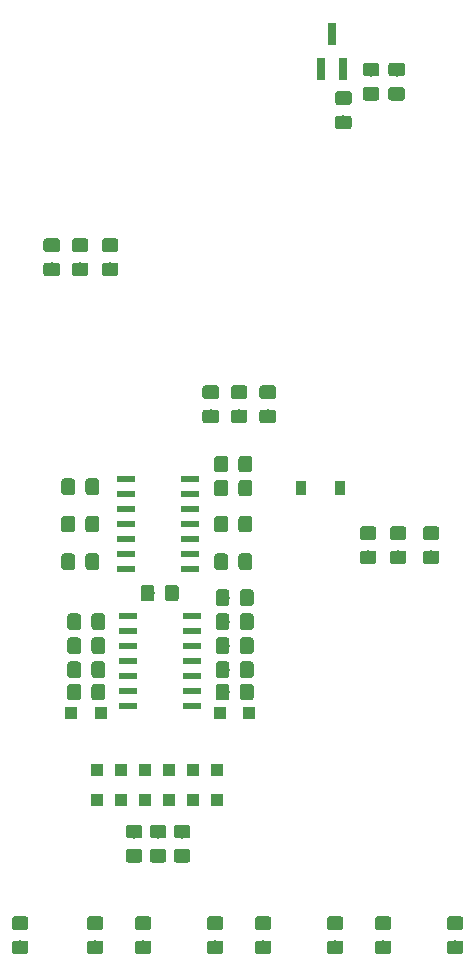
<source format=gbr>
G04 #@! TF.GenerationSoftware,KiCad,Pcbnew,(5.1.0)-1*
G04 #@! TF.CreationDate,2019-10-23T13:14:03-05:00*
G04 #@! TF.ProjectId,logiverter,6c6f6769-7665-4727-9465-722e6b696361,rev?*
G04 #@! TF.SameCoordinates,Original*
G04 #@! TF.FileFunction,Paste,Bot*
G04 #@! TF.FilePolarity,Positive*
%FSLAX46Y46*%
G04 Gerber Fmt 4.6, Leading zero omitted, Abs format (unit mm)*
G04 Created by KiCad (PCBNEW (5.1.0)-1) date 2019-10-23 13:14:03*
%MOMM*%
%LPD*%
G04 APERTURE LIST*
%ADD10R,1.000000X1.000000*%
%ADD11C,0.100000*%
%ADD12C,1.150000*%
%ADD13R,0.900000X1.200000*%
%ADD14R,0.800000X1.900000*%
%ADD15R,1.500000X0.600000*%
G04 APERTURE END LIST*
D10*
X84816000Y-157988000D03*
X82316000Y-157988000D03*
X97389000Y-157988000D03*
X94889000Y-157988000D03*
X84455000Y-165334000D03*
X84455000Y-162834000D03*
X88519000Y-165334000D03*
X88519000Y-162834000D03*
X86487000Y-165334000D03*
X86487000Y-162834000D03*
X94615000Y-162834000D03*
X94615000Y-165334000D03*
X90551000Y-162834000D03*
X90551000Y-165334000D03*
X92583000Y-162834000D03*
X92583000Y-165334000D03*
D11*
G36*
X105821005Y-105335204D02*
G01*
X105845273Y-105338804D01*
X105869072Y-105344765D01*
X105892171Y-105353030D01*
X105914350Y-105363520D01*
X105935393Y-105376132D01*
X105955099Y-105390747D01*
X105973277Y-105407223D01*
X105989753Y-105425401D01*
X106004368Y-105445107D01*
X106016980Y-105466150D01*
X106027470Y-105488329D01*
X106035735Y-105511428D01*
X106041696Y-105535227D01*
X106045296Y-105559495D01*
X106046500Y-105583999D01*
X106046500Y-106234001D01*
X106045296Y-106258505D01*
X106041696Y-106282773D01*
X106035735Y-106306572D01*
X106027470Y-106329671D01*
X106016980Y-106351850D01*
X106004368Y-106372893D01*
X105989753Y-106392599D01*
X105973277Y-106410777D01*
X105955099Y-106427253D01*
X105935393Y-106441868D01*
X105914350Y-106454480D01*
X105892171Y-106464970D01*
X105869072Y-106473235D01*
X105845273Y-106479196D01*
X105821005Y-106482796D01*
X105796501Y-106484000D01*
X104896499Y-106484000D01*
X104871995Y-106482796D01*
X104847727Y-106479196D01*
X104823928Y-106473235D01*
X104800829Y-106464970D01*
X104778650Y-106454480D01*
X104757607Y-106441868D01*
X104737901Y-106427253D01*
X104719723Y-106410777D01*
X104703247Y-106392599D01*
X104688632Y-106372893D01*
X104676020Y-106351850D01*
X104665530Y-106329671D01*
X104657265Y-106306572D01*
X104651304Y-106282773D01*
X104647704Y-106258505D01*
X104646500Y-106234001D01*
X104646500Y-105583999D01*
X104647704Y-105559495D01*
X104651304Y-105535227D01*
X104657265Y-105511428D01*
X104665530Y-105488329D01*
X104676020Y-105466150D01*
X104688632Y-105445107D01*
X104703247Y-105425401D01*
X104719723Y-105407223D01*
X104737901Y-105390747D01*
X104757607Y-105376132D01*
X104778650Y-105363520D01*
X104800829Y-105353030D01*
X104823928Y-105344765D01*
X104847727Y-105338804D01*
X104871995Y-105335204D01*
X104896499Y-105334000D01*
X105796501Y-105334000D01*
X105821005Y-105335204D01*
X105821005Y-105335204D01*
G37*
D12*
X105346500Y-105909000D03*
D11*
G36*
X105821005Y-107385204D02*
G01*
X105845273Y-107388804D01*
X105869072Y-107394765D01*
X105892171Y-107403030D01*
X105914350Y-107413520D01*
X105935393Y-107426132D01*
X105955099Y-107440747D01*
X105973277Y-107457223D01*
X105989753Y-107475401D01*
X106004368Y-107495107D01*
X106016980Y-107516150D01*
X106027470Y-107538329D01*
X106035735Y-107561428D01*
X106041696Y-107585227D01*
X106045296Y-107609495D01*
X106046500Y-107633999D01*
X106046500Y-108284001D01*
X106045296Y-108308505D01*
X106041696Y-108332773D01*
X106035735Y-108356572D01*
X106027470Y-108379671D01*
X106016980Y-108401850D01*
X106004368Y-108422893D01*
X105989753Y-108442599D01*
X105973277Y-108460777D01*
X105955099Y-108477253D01*
X105935393Y-108491868D01*
X105914350Y-108504480D01*
X105892171Y-108514970D01*
X105869072Y-108523235D01*
X105845273Y-108529196D01*
X105821005Y-108532796D01*
X105796501Y-108534000D01*
X104896499Y-108534000D01*
X104871995Y-108532796D01*
X104847727Y-108529196D01*
X104823928Y-108523235D01*
X104800829Y-108514970D01*
X104778650Y-108504480D01*
X104757607Y-108491868D01*
X104737901Y-108477253D01*
X104719723Y-108460777D01*
X104703247Y-108442599D01*
X104688632Y-108422893D01*
X104676020Y-108401850D01*
X104665530Y-108379671D01*
X104657265Y-108356572D01*
X104651304Y-108332773D01*
X104647704Y-108308505D01*
X104646500Y-108284001D01*
X104646500Y-107633999D01*
X104647704Y-107609495D01*
X104651304Y-107585227D01*
X104657265Y-107561428D01*
X104665530Y-107538329D01*
X104676020Y-107516150D01*
X104688632Y-107495107D01*
X104703247Y-107475401D01*
X104719723Y-107457223D01*
X104737901Y-107440747D01*
X104757607Y-107426132D01*
X104778650Y-107413520D01*
X104800829Y-107403030D01*
X104823928Y-107394765D01*
X104847727Y-107388804D01*
X104871995Y-107385204D01*
X104896499Y-107384000D01*
X105796501Y-107384000D01*
X105821005Y-107385204D01*
X105821005Y-107385204D01*
G37*
D12*
X105346500Y-107959000D03*
D11*
G36*
X110329505Y-104972204D02*
G01*
X110353773Y-104975804D01*
X110377572Y-104981765D01*
X110400671Y-104990030D01*
X110422850Y-105000520D01*
X110443893Y-105013132D01*
X110463599Y-105027747D01*
X110481777Y-105044223D01*
X110498253Y-105062401D01*
X110512868Y-105082107D01*
X110525480Y-105103150D01*
X110535970Y-105125329D01*
X110544235Y-105148428D01*
X110550196Y-105172227D01*
X110553796Y-105196495D01*
X110555000Y-105220999D01*
X110555000Y-105871001D01*
X110553796Y-105895505D01*
X110550196Y-105919773D01*
X110544235Y-105943572D01*
X110535970Y-105966671D01*
X110525480Y-105988850D01*
X110512868Y-106009893D01*
X110498253Y-106029599D01*
X110481777Y-106047777D01*
X110463599Y-106064253D01*
X110443893Y-106078868D01*
X110422850Y-106091480D01*
X110400671Y-106101970D01*
X110377572Y-106110235D01*
X110353773Y-106116196D01*
X110329505Y-106119796D01*
X110305001Y-106121000D01*
X109404999Y-106121000D01*
X109380495Y-106119796D01*
X109356227Y-106116196D01*
X109332428Y-106110235D01*
X109309329Y-106101970D01*
X109287150Y-106091480D01*
X109266107Y-106078868D01*
X109246401Y-106064253D01*
X109228223Y-106047777D01*
X109211747Y-106029599D01*
X109197132Y-106009893D01*
X109184520Y-105988850D01*
X109174030Y-105966671D01*
X109165765Y-105943572D01*
X109159804Y-105919773D01*
X109156204Y-105895505D01*
X109155000Y-105871001D01*
X109155000Y-105220999D01*
X109156204Y-105196495D01*
X109159804Y-105172227D01*
X109165765Y-105148428D01*
X109174030Y-105125329D01*
X109184520Y-105103150D01*
X109197132Y-105082107D01*
X109211747Y-105062401D01*
X109228223Y-105044223D01*
X109246401Y-105027747D01*
X109266107Y-105013132D01*
X109287150Y-105000520D01*
X109309329Y-104990030D01*
X109332428Y-104981765D01*
X109356227Y-104975804D01*
X109380495Y-104972204D01*
X109404999Y-104971000D01*
X110305001Y-104971000D01*
X110329505Y-104972204D01*
X110329505Y-104972204D01*
G37*
D12*
X109855000Y-105546000D03*
D11*
G36*
X110329505Y-102922204D02*
G01*
X110353773Y-102925804D01*
X110377572Y-102931765D01*
X110400671Y-102940030D01*
X110422850Y-102950520D01*
X110443893Y-102963132D01*
X110463599Y-102977747D01*
X110481777Y-102994223D01*
X110498253Y-103012401D01*
X110512868Y-103032107D01*
X110525480Y-103053150D01*
X110535970Y-103075329D01*
X110544235Y-103098428D01*
X110550196Y-103122227D01*
X110553796Y-103146495D01*
X110555000Y-103170999D01*
X110555000Y-103821001D01*
X110553796Y-103845505D01*
X110550196Y-103869773D01*
X110544235Y-103893572D01*
X110535970Y-103916671D01*
X110525480Y-103938850D01*
X110512868Y-103959893D01*
X110498253Y-103979599D01*
X110481777Y-103997777D01*
X110463599Y-104014253D01*
X110443893Y-104028868D01*
X110422850Y-104041480D01*
X110400671Y-104051970D01*
X110377572Y-104060235D01*
X110353773Y-104066196D01*
X110329505Y-104069796D01*
X110305001Y-104071000D01*
X109404999Y-104071000D01*
X109380495Y-104069796D01*
X109356227Y-104066196D01*
X109332428Y-104060235D01*
X109309329Y-104051970D01*
X109287150Y-104041480D01*
X109266107Y-104028868D01*
X109246401Y-104014253D01*
X109228223Y-103997777D01*
X109211747Y-103979599D01*
X109197132Y-103959893D01*
X109184520Y-103938850D01*
X109174030Y-103916671D01*
X109165765Y-103893572D01*
X109159804Y-103869773D01*
X109156204Y-103845505D01*
X109155000Y-103821001D01*
X109155000Y-103170999D01*
X109156204Y-103146495D01*
X109159804Y-103122227D01*
X109165765Y-103098428D01*
X109174030Y-103075329D01*
X109184520Y-103053150D01*
X109197132Y-103032107D01*
X109211747Y-103012401D01*
X109228223Y-102994223D01*
X109246401Y-102977747D01*
X109266107Y-102963132D01*
X109287150Y-102950520D01*
X109309329Y-102940030D01*
X109332428Y-102931765D01*
X109356227Y-102925804D01*
X109380495Y-102922204D01*
X109404999Y-102921000D01*
X110305001Y-102921000D01*
X110329505Y-102922204D01*
X110329505Y-102922204D01*
G37*
D12*
X109855000Y-103496000D03*
D11*
G36*
X110456505Y-142165204D02*
G01*
X110480773Y-142168804D01*
X110504572Y-142174765D01*
X110527671Y-142183030D01*
X110549850Y-142193520D01*
X110570893Y-142206132D01*
X110590599Y-142220747D01*
X110608777Y-142237223D01*
X110625253Y-142255401D01*
X110639868Y-142275107D01*
X110652480Y-142296150D01*
X110662970Y-142318329D01*
X110671235Y-142341428D01*
X110677196Y-142365227D01*
X110680796Y-142389495D01*
X110682000Y-142413999D01*
X110682000Y-143064001D01*
X110680796Y-143088505D01*
X110677196Y-143112773D01*
X110671235Y-143136572D01*
X110662970Y-143159671D01*
X110652480Y-143181850D01*
X110639868Y-143202893D01*
X110625253Y-143222599D01*
X110608777Y-143240777D01*
X110590599Y-143257253D01*
X110570893Y-143271868D01*
X110549850Y-143284480D01*
X110527671Y-143294970D01*
X110504572Y-143303235D01*
X110480773Y-143309196D01*
X110456505Y-143312796D01*
X110432001Y-143314000D01*
X109531999Y-143314000D01*
X109507495Y-143312796D01*
X109483227Y-143309196D01*
X109459428Y-143303235D01*
X109436329Y-143294970D01*
X109414150Y-143284480D01*
X109393107Y-143271868D01*
X109373401Y-143257253D01*
X109355223Y-143240777D01*
X109338747Y-143222599D01*
X109324132Y-143202893D01*
X109311520Y-143181850D01*
X109301030Y-143159671D01*
X109292765Y-143136572D01*
X109286804Y-143112773D01*
X109283204Y-143088505D01*
X109282000Y-143064001D01*
X109282000Y-142413999D01*
X109283204Y-142389495D01*
X109286804Y-142365227D01*
X109292765Y-142341428D01*
X109301030Y-142318329D01*
X109311520Y-142296150D01*
X109324132Y-142275107D01*
X109338747Y-142255401D01*
X109355223Y-142237223D01*
X109373401Y-142220747D01*
X109393107Y-142206132D01*
X109414150Y-142193520D01*
X109436329Y-142183030D01*
X109459428Y-142174765D01*
X109483227Y-142168804D01*
X109507495Y-142165204D01*
X109531999Y-142164000D01*
X110432001Y-142164000D01*
X110456505Y-142165204D01*
X110456505Y-142165204D01*
G37*
D12*
X109982000Y-142739000D03*
D11*
G36*
X110456505Y-144215204D02*
G01*
X110480773Y-144218804D01*
X110504572Y-144224765D01*
X110527671Y-144233030D01*
X110549850Y-144243520D01*
X110570893Y-144256132D01*
X110590599Y-144270747D01*
X110608777Y-144287223D01*
X110625253Y-144305401D01*
X110639868Y-144325107D01*
X110652480Y-144346150D01*
X110662970Y-144368329D01*
X110671235Y-144391428D01*
X110677196Y-144415227D01*
X110680796Y-144439495D01*
X110682000Y-144463999D01*
X110682000Y-145114001D01*
X110680796Y-145138505D01*
X110677196Y-145162773D01*
X110671235Y-145186572D01*
X110662970Y-145209671D01*
X110652480Y-145231850D01*
X110639868Y-145252893D01*
X110625253Y-145272599D01*
X110608777Y-145290777D01*
X110590599Y-145307253D01*
X110570893Y-145321868D01*
X110549850Y-145334480D01*
X110527671Y-145344970D01*
X110504572Y-145353235D01*
X110480773Y-145359196D01*
X110456505Y-145362796D01*
X110432001Y-145364000D01*
X109531999Y-145364000D01*
X109507495Y-145362796D01*
X109483227Y-145359196D01*
X109459428Y-145353235D01*
X109436329Y-145344970D01*
X109414150Y-145334480D01*
X109393107Y-145321868D01*
X109373401Y-145307253D01*
X109355223Y-145290777D01*
X109338747Y-145272599D01*
X109324132Y-145252893D01*
X109311520Y-145231850D01*
X109301030Y-145209671D01*
X109292765Y-145186572D01*
X109286804Y-145162773D01*
X109283204Y-145138505D01*
X109282000Y-145114001D01*
X109282000Y-144463999D01*
X109283204Y-144439495D01*
X109286804Y-144415227D01*
X109292765Y-144391428D01*
X109301030Y-144368329D01*
X109311520Y-144346150D01*
X109324132Y-144325107D01*
X109338747Y-144305401D01*
X109355223Y-144287223D01*
X109373401Y-144270747D01*
X109393107Y-144256132D01*
X109414150Y-144243520D01*
X109436329Y-144233030D01*
X109459428Y-144224765D01*
X109483227Y-144218804D01*
X109507495Y-144215204D01*
X109531999Y-144214000D01*
X110432001Y-144214000D01*
X110456505Y-144215204D01*
X110456505Y-144215204D01*
G37*
D12*
X109982000Y-144789000D03*
D11*
G36*
X108170505Y-102922204D02*
G01*
X108194773Y-102925804D01*
X108218572Y-102931765D01*
X108241671Y-102940030D01*
X108263850Y-102950520D01*
X108284893Y-102963132D01*
X108304599Y-102977747D01*
X108322777Y-102994223D01*
X108339253Y-103012401D01*
X108353868Y-103032107D01*
X108366480Y-103053150D01*
X108376970Y-103075329D01*
X108385235Y-103098428D01*
X108391196Y-103122227D01*
X108394796Y-103146495D01*
X108396000Y-103170999D01*
X108396000Y-103821001D01*
X108394796Y-103845505D01*
X108391196Y-103869773D01*
X108385235Y-103893572D01*
X108376970Y-103916671D01*
X108366480Y-103938850D01*
X108353868Y-103959893D01*
X108339253Y-103979599D01*
X108322777Y-103997777D01*
X108304599Y-104014253D01*
X108284893Y-104028868D01*
X108263850Y-104041480D01*
X108241671Y-104051970D01*
X108218572Y-104060235D01*
X108194773Y-104066196D01*
X108170505Y-104069796D01*
X108146001Y-104071000D01*
X107245999Y-104071000D01*
X107221495Y-104069796D01*
X107197227Y-104066196D01*
X107173428Y-104060235D01*
X107150329Y-104051970D01*
X107128150Y-104041480D01*
X107107107Y-104028868D01*
X107087401Y-104014253D01*
X107069223Y-103997777D01*
X107052747Y-103979599D01*
X107038132Y-103959893D01*
X107025520Y-103938850D01*
X107015030Y-103916671D01*
X107006765Y-103893572D01*
X107000804Y-103869773D01*
X106997204Y-103845505D01*
X106996000Y-103821001D01*
X106996000Y-103170999D01*
X106997204Y-103146495D01*
X107000804Y-103122227D01*
X107006765Y-103098428D01*
X107015030Y-103075329D01*
X107025520Y-103053150D01*
X107038132Y-103032107D01*
X107052747Y-103012401D01*
X107069223Y-102994223D01*
X107087401Y-102977747D01*
X107107107Y-102963132D01*
X107128150Y-102950520D01*
X107150329Y-102940030D01*
X107173428Y-102931765D01*
X107197227Y-102925804D01*
X107221495Y-102922204D01*
X107245999Y-102921000D01*
X108146001Y-102921000D01*
X108170505Y-102922204D01*
X108170505Y-102922204D01*
G37*
D12*
X107696000Y-103496000D03*
D11*
G36*
X108170505Y-104972204D02*
G01*
X108194773Y-104975804D01*
X108218572Y-104981765D01*
X108241671Y-104990030D01*
X108263850Y-105000520D01*
X108284893Y-105013132D01*
X108304599Y-105027747D01*
X108322777Y-105044223D01*
X108339253Y-105062401D01*
X108353868Y-105082107D01*
X108366480Y-105103150D01*
X108376970Y-105125329D01*
X108385235Y-105148428D01*
X108391196Y-105172227D01*
X108394796Y-105196495D01*
X108396000Y-105220999D01*
X108396000Y-105871001D01*
X108394796Y-105895505D01*
X108391196Y-105919773D01*
X108385235Y-105943572D01*
X108376970Y-105966671D01*
X108366480Y-105988850D01*
X108353868Y-106009893D01*
X108339253Y-106029599D01*
X108322777Y-106047777D01*
X108304599Y-106064253D01*
X108284893Y-106078868D01*
X108263850Y-106091480D01*
X108241671Y-106101970D01*
X108218572Y-106110235D01*
X108194773Y-106116196D01*
X108170505Y-106119796D01*
X108146001Y-106121000D01*
X107245999Y-106121000D01*
X107221495Y-106119796D01*
X107197227Y-106116196D01*
X107173428Y-106110235D01*
X107150329Y-106101970D01*
X107128150Y-106091480D01*
X107107107Y-106078868D01*
X107087401Y-106064253D01*
X107069223Y-106047777D01*
X107052747Y-106029599D01*
X107038132Y-106009893D01*
X107025520Y-105988850D01*
X107015030Y-105966671D01*
X107006765Y-105943572D01*
X107000804Y-105919773D01*
X106997204Y-105895505D01*
X106996000Y-105871001D01*
X106996000Y-105220999D01*
X106997204Y-105196495D01*
X107000804Y-105172227D01*
X107006765Y-105148428D01*
X107015030Y-105125329D01*
X107025520Y-105103150D01*
X107038132Y-105082107D01*
X107052747Y-105062401D01*
X107069223Y-105044223D01*
X107087401Y-105027747D01*
X107107107Y-105013132D01*
X107128150Y-105000520D01*
X107150329Y-104990030D01*
X107173428Y-104981765D01*
X107197227Y-104975804D01*
X107221495Y-104972204D01*
X107245999Y-104971000D01*
X108146001Y-104971000D01*
X108170505Y-104972204D01*
X108170505Y-104972204D01*
G37*
D12*
X107696000Y-105546000D03*
D11*
G36*
X113250505Y-142165204D02*
G01*
X113274773Y-142168804D01*
X113298572Y-142174765D01*
X113321671Y-142183030D01*
X113343850Y-142193520D01*
X113364893Y-142206132D01*
X113384599Y-142220747D01*
X113402777Y-142237223D01*
X113419253Y-142255401D01*
X113433868Y-142275107D01*
X113446480Y-142296150D01*
X113456970Y-142318329D01*
X113465235Y-142341428D01*
X113471196Y-142365227D01*
X113474796Y-142389495D01*
X113476000Y-142413999D01*
X113476000Y-143064001D01*
X113474796Y-143088505D01*
X113471196Y-143112773D01*
X113465235Y-143136572D01*
X113456970Y-143159671D01*
X113446480Y-143181850D01*
X113433868Y-143202893D01*
X113419253Y-143222599D01*
X113402777Y-143240777D01*
X113384599Y-143257253D01*
X113364893Y-143271868D01*
X113343850Y-143284480D01*
X113321671Y-143294970D01*
X113298572Y-143303235D01*
X113274773Y-143309196D01*
X113250505Y-143312796D01*
X113226001Y-143314000D01*
X112325999Y-143314000D01*
X112301495Y-143312796D01*
X112277227Y-143309196D01*
X112253428Y-143303235D01*
X112230329Y-143294970D01*
X112208150Y-143284480D01*
X112187107Y-143271868D01*
X112167401Y-143257253D01*
X112149223Y-143240777D01*
X112132747Y-143222599D01*
X112118132Y-143202893D01*
X112105520Y-143181850D01*
X112095030Y-143159671D01*
X112086765Y-143136572D01*
X112080804Y-143112773D01*
X112077204Y-143088505D01*
X112076000Y-143064001D01*
X112076000Y-142413999D01*
X112077204Y-142389495D01*
X112080804Y-142365227D01*
X112086765Y-142341428D01*
X112095030Y-142318329D01*
X112105520Y-142296150D01*
X112118132Y-142275107D01*
X112132747Y-142255401D01*
X112149223Y-142237223D01*
X112167401Y-142220747D01*
X112187107Y-142206132D01*
X112208150Y-142193520D01*
X112230329Y-142183030D01*
X112253428Y-142174765D01*
X112277227Y-142168804D01*
X112301495Y-142165204D01*
X112325999Y-142164000D01*
X113226001Y-142164000D01*
X113250505Y-142165204D01*
X113250505Y-142165204D01*
G37*
D12*
X112776000Y-142739000D03*
D11*
G36*
X113250505Y-144215204D02*
G01*
X113274773Y-144218804D01*
X113298572Y-144224765D01*
X113321671Y-144233030D01*
X113343850Y-144243520D01*
X113364893Y-144256132D01*
X113384599Y-144270747D01*
X113402777Y-144287223D01*
X113419253Y-144305401D01*
X113433868Y-144325107D01*
X113446480Y-144346150D01*
X113456970Y-144368329D01*
X113465235Y-144391428D01*
X113471196Y-144415227D01*
X113474796Y-144439495D01*
X113476000Y-144463999D01*
X113476000Y-145114001D01*
X113474796Y-145138505D01*
X113471196Y-145162773D01*
X113465235Y-145186572D01*
X113456970Y-145209671D01*
X113446480Y-145231850D01*
X113433868Y-145252893D01*
X113419253Y-145272599D01*
X113402777Y-145290777D01*
X113384599Y-145307253D01*
X113364893Y-145321868D01*
X113343850Y-145334480D01*
X113321671Y-145344970D01*
X113298572Y-145353235D01*
X113274773Y-145359196D01*
X113250505Y-145362796D01*
X113226001Y-145364000D01*
X112325999Y-145364000D01*
X112301495Y-145362796D01*
X112277227Y-145359196D01*
X112253428Y-145353235D01*
X112230329Y-145344970D01*
X112208150Y-145334480D01*
X112187107Y-145321868D01*
X112167401Y-145307253D01*
X112149223Y-145290777D01*
X112132747Y-145272599D01*
X112118132Y-145252893D01*
X112105520Y-145231850D01*
X112095030Y-145209671D01*
X112086765Y-145186572D01*
X112080804Y-145162773D01*
X112077204Y-145138505D01*
X112076000Y-145114001D01*
X112076000Y-144463999D01*
X112077204Y-144439495D01*
X112080804Y-144415227D01*
X112086765Y-144391428D01*
X112095030Y-144368329D01*
X112105520Y-144346150D01*
X112118132Y-144325107D01*
X112132747Y-144305401D01*
X112149223Y-144287223D01*
X112167401Y-144270747D01*
X112187107Y-144256132D01*
X112208150Y-144243520D01*
X112230329Y-144233030D01*
X112253428Y-144224765D01*
X112277227Y-144218804D01*
X112301495Y-144215204D01*
X112325999Y-144214000D01*
X113226001Y-144214000D01*
X113250505Y-144215204D01*
X113250505Y-144215204D01*
G37*
D12*
X112776000Y-144789000D03*
D11*
G36*
X115282505Y-177235204D02*
G01*
X115306773Y-177238804D01*
X115330572Y-177244765D01*
X115353671Y-177253030D01*
X115375850Y-177263520D01*
X115396893Y-177276132D01*
X115416599Y-177290747D01*
X115434777Y-177307223D01*
X115451253Y-177325401D01*
X115465868Y-177345107D01*
X115478480Y-177366150D01*
X115488970Y-177388329D01*
X115497235Y-177411428D01*
X115503196Y-177435227D01*
X115506796Y-177459495D01*
X115508000Y-177483999D01*
X115508000Y-178134001D01*
X115506796Y-178158505D01*
X115503196Y-178182773D01*
X115497235Y-178206572D01*
X115488970Y-178229671D01*
X115478480Y-178251850D01*
X115465868Y-178272893D01*
X115451253Y-178292599D01*
X115434777Y-178310777D01*
X115416599Y-178327253D01*
X115396893Y-178341868D01*
X115375850Y-178354480D01*
X115353671Y-178364970D01*
X115330572Y-178373235D01*
X115306773Y-178379196D01*
X115282505Y-178382796D01*
X115258001Y-178384000D01*
X114357999Y-178384000D01*
X114333495Y-178382796D01*
X114309227Y-178379196D01*
X114285428Y-178373235D01*
X114262329Y-178364970D01*
X114240150Y-178354480D01*
X114219107Y-178341868D01*
X114199401Y-178327253D01*
X114181223Y-178310777D01*
X114164747Y-178292599D01*
X114150132Y-178272893D01*
X114137520Y-178251850D01*
X114127030Y-178229671D01*
X114118765Y-178206572D01*
X114112804Y-178182773D01*
X114109204Y-178158505D01*
X114108000Y-178134001D01*
X114108000Y-177483999D01*
X114109204Y-177459495D01*
X114112804Y-177435227D01*
X114118765Y-177411428D01*
X114127030Y-177388329D01*
X114137520Y-177366150D01*
X114150132Y-177345107D01*
X114164747Y-177325401D01*
X114181223Y-177307223D01*
X114199401Y-177290747D01*
X114219107Y-177276132D01*
X114240150Y-177263520D01*
X114262329Y-177253030D01*
X114285428Y-177244765D01*
X114309227Y-177238804D01*
X114333495Y-177235204D01*
X114357999Y-177234000D01*
X115258001Y-177234000D01*
X115282505Y-177235204D01*
X115282505Y-177235204D01*
G37*
D12*
X114808000Y-177809000D03*
D11*
G36*
X115282505Y-175185204D02*
G01*
X115306773Y-175188804D01*
X115330572Y-175194765D01*
X115353671Y-175203030D01*
X115375850Y-175213520D01*
X115396893Y-175226132D01*
X115416599Y-175240747D01*
X115434777Y-175257223D01*
X115451253Y-175275401D01*
X115465868Y-175295107D01*
X115478480Y-175316150D01*
X115488970Y-175338329D01*
X115497235Y-175361428D01*
X115503196Y-175385227D01*
X115506796Y-175409495D01*
X115508000Y-175433999D01*
X115508000Y-176084001D01*
X115506796Y-176108505D01*
X115503196Y-176132773D01*
X115497235Y-176156572D01*
X115488970Y-176179671D01*
X115478480Y-176201850D01*
X115465868Y-176222893D01*
X115451253Y-176242599D01*
X115434777Y-176260777D01*
X115416599Y-176277253D01*
X115396893Y-176291868D01*
X115375850Y-176304480D01*
X115353671Y-176314970D01*
X115330572Y-176323235D01*
X115306773Y-176329196D01*
X115282505Y-176332796D01*
X115258001Y-176334000D01*
X114357999Y-176334000D01*
X114333495Y-176332796D01*
X114309227Y-176329196D01*
X114285428Y-176323235D01*
X114262329Y-176314970D01*
X114240150Y-176304480D01*
X114219107Y-176291868D01*
X114199401Y-176277253D01*
X114181223Y-176260777D01*
X114164747Y-176242599D01*
X114150132Y-176222893D01*
X114137520Y-176201850D01*
X114127030Y-176179671D01*
X114118765Y-176156572D01*
X114112804Y-176132773D01*
X114109204Y-176108505D01*
X114108000Y-176084001D01*
X114108000Y-175433999D01*
X114109204Y-175409495D01*
X114112804Y-175385227D01*
X114118765Y-175361428D01*
X114127030Y-175338329D01*
X114137520Y-175316150D01*
X114150132Y-175295107D01*
X114164747Y-175275401D01*
X114181223Y-175257223D01*
X114199401Y-175240747D01*
X114219107Y-175226132D01*
X114240150Y-175213520D01*
X114262329Y-175203030D01*
X114285428Y-175194765D01*
X114309227Y-175188804D01*
X114333495Y-175185204D01*
X114357999Y-175184000D01*
X115258001Y-175184000D01*
X115282505Y-175185204D01*
X115282505Y-175185204D01*
G37*
D12*
X114808000Y-175759000D03*
D11*
G36*
X97386505Y-138239204D02*
G01*
X97410773Y-138242804D01*
X97434572Y-138248765D01*
X97457671Y-138257030D01*
X97479850Y-138267520D01*
X97500893Y-138280132D01*
X97520599Y-138294747D01*
X97538777Y-138311223D01*
X97555253Y-138329401D01*
X97569868Y-138349107D01*
X97582480Y-138370150D01*
X97592970Y-138392329D01*
X97601235Y-138415428D01*
X97607196Y-138439227D01*
X97610796Y-138463495D01*
X97612000Y-138487999D01*
X97612000Y-139388001D01*
X97610796Y-139412505D01*
X97607196Y-139436773D01*
X97601235Y-139460572D01*
X97592970Y-139483671D01*
X97582480Y-139505850D01*
X97569868Y-139526893D01*
X97555253Y-139546599D01*
X97538777Y-139564777D01*
X97520599Y-139581253D01*
X97500893Y-139595868D01*
X97479850Y-139608480D01*
X97457671Y-139618970D01*
X97434572Y-139627235D01*
X97410773Y-139633196D01*
X97386505Y-139636796D01*
X97362001Y-139638000D01*
X96711999Y-139638000D01*
X96687495Y-139636796D01*
X96663227Y-139633196D01*
X96639428Y-139627235D01*
X96616329Y-139618970D01*
X96594150Y-139608480D01*
X96573107Y-139595868D01*
X96553401Y-139581253D01*
X96535223Y-139564777D01*
X96518747Y-139546599D01*
X96504132Y-139526893D01*
X96491520Y-139505850D01*
X96481030Y-139483671D01*
X96472765Y-139460572D01*
X96466804Y-139436773D01*
X96463204Y-139412505D01*
X96462000Y-139388001D01*
X96462000Y-138487999D01*
X96463204Y-138463495D01*
X96466804Y-138439227D01*
X96472765Y-138415428D01*
X96481030Y-138392329D01*
X96491520Y-138370150D01*
X96504132Y-138349107D01*
X96518747Y-138329401D01*
X96535223Y-138311223D01*
X96553401Y-138294747D01*
X96573107Y-138280132D01*
X96594150Y-138267520D01*
X96616329Y-138257030D01*
X96639428Y-138248765D01*
X96663227Y-138242804D01*
X96687495Y-138239204D01*
X96711999Y-138238000D01*
X97362001Y-138238000D01*
X97386505Y-138239204D01*
X97386505Y-138239204D01*
G37*
D12*
X97037000Y-138938000D03*
D11*
G36*
X95336505Y-138239204D02*
G01*
X95360773Y-138242804D01*
X95384572Y-138248765D01*
X95407671Y-138257030D01*
X95429850Y-138267520D01*
X95450893Y-138280132D01*
X95470599Y-138294747D01*
X95488777Y-138311223D01*
X95505253Y-138329401D01*
X95519868Y-138349107D01*
X95532480Y-138370150D01*
X95542970Y-138392329D01*
X95551235Y-138415428D01*
X95557196Y-138439227D01*
X95560796Y-138463495D01*
X95562000Y-138487999D01*
X95562000Y-139388001D01*
X95560796Y-139412505D01*
X95557196Y-139436773D01*
X95551235Y-139460572D01*
X95542970Y-139483671D01*
X95532480Y-139505850D01*
X95519868Y-139526893D01*
X95505253Y-139546599D01*
X95488777Y-139564777D01*
X95470599Y-139581253D01*
X95450893Y-139595868D01*
X95429850Y-139608480D01*
X95407671Y-139618970D01*
X95384572Y-139627235D01*
X95360773Y-139633196D01*
X95336505Y-139636796D01*
X95312001Y-139638000D01*
X94661999Y-139638000D01*
X94637495Y-139636796D01*
X94613227Y-139633196D01*
X94589428Y-139627235D01*
X94566329Y-139618970D01*
X94544150Y-139608480D01*
X94523107Y-139595868D01*
X94503401Y-139581253D01*
X94485223Y-139564777D01*
X94468747Y-139546599D01*
X94454132Y-139526893D01*
X94441520Y-139505850D01*
X94431030Y-139483671D01*
X94422765Y-139460572D01*
X94416804Y-139436773D01*
X94413204Y-139412505D01*
X94412000Y-139388001D01*
X94412000Y-138487999D01*
X94413204Y-138463495D01*
X94416804Y-138439227D01*
X94422765Y-138415428D01*
X94431030Y-138392329D01*
X94441520Y-138370150D01*
X94454132Y-138349107D01*
X94468747Y-138329401D01*
X94485223Y-138311223D01*
X94503401Y-138294747D01*
X94523107Y-138280132D01*
X94544150Y-138267520D01*
X94566329Y-138257030D01*
X94589428Y-138248765D01*
X94613227Y-138242804D01*
X94637495Y-138239204D01*
X94661999Y-138238000D01*
X95312001Y-138238000D01*
X95336505Y-138239204D01*
X95336505Y-138239204D01*
G37*
D12*
X94987000Y-138938000D03*
D11*
G36*
X109186505Y-177235204D02*
G01*
X109210773Y-177238804D01*
X109234572Y-177244765D01*
X109257671Y-177253030D01*
X109279850Y-177263520D01*
X109300893Y-177276132D01*
X109320599Y-177290747D01*
X109338777Y-177307223D01*
X109355253Y-177325401D01*
X109369868Y-177345107D01*
X109382480Y-177366150D01*
X109392970Y-177388329D01*
X109401235Y-177411428D01*
X109407196Y-177435227D01*
X109410796Y-177459495D01*
X109412000Y-177483999D01*
X109412000Y-178134001D01*
X109410796Y-178158505D01*
X109407196Y-178182773D01*
X109401235Y-178206572D01*
X109392970Y-178229671D01*
X109382480Y-178251850D01*
X109369868Y-178272893D01*
X109355253Y-178292599D01*
X109338777Y-178310777D01*
X109320599Y-178327253D01*
X109300893Y-178341868D01*
X109279850Y-178354480D01*
X109257671Y-178364970D01*
X109234572Y-178373235D01*
X109210773Y-178379196D01*
X109186505Y-178382796D01*
X109162001Y-178384000D01*
X108261999Y-178384000D01*
X108237495Y-178382796D01*
X108213227Y-178379196D01*
X108189428Y-178373235D01*
X108166329Y-178364970D01*
X108144150Y-178354480D01*
X108123107Y-178341868D01*
X108103401Y-178327253D01*
X108085223Y-178310777D01*
X108068747Y-178292599D01*
X108054132Y-178272893D01*
X108041520Y-178251850D01*
X108031030Y-178229671D01*
X108022765Y-178206572D01*
X108016804Y-178182773D01*
X108013204Y-178158505D01*
X108012000Y-178134001D01*
X108012000Y-177483999D01*
X108013204Y-177459495D01*
X108016804Y-177435227D01*
X108022765Y-177411428D01*
X108031030Y-177388329D01*
X108041520Y-177366150D01*
X108054132Y-177345107D01*
X108068747Y-177325401D01*
X108085223Y-177307223D01*
X108103401Y-177290747D01*
X108123107Y-177276132D01*
X108144150Y-177263520D01*
X108166329Y-177253030D01*
X108189428Y-177244765D01*
X108213227Y-177238804D01*
X108237495Y-177235204D01*
X108261999Y-177234000D01*
X109162001Y-177234000D01*
X109186505Y-177235204D01*
X109186505Y-177235204D01*
G37*
D12*
X108712000Y-177809000D03*
D11*
G36*
X109186505Y-175185204D02*
G01*
X109210773Y-175188804D01*
X109234572Y-175194765D01*
X109257671Y-175203030D01*
X109279850Y-175213520D01*
X109300893Y-175226132D01*
X109320599Y-175240747D01*
X109338777Y-175257223D01*
X109355253Y-175275401D01*
X109369868Y-175295107D01*
X109382480Y-175316150D01*
X109392970Y-175338329D01*
X109401235Y-175361428D01*
X109407196Y-175385227D01*
X109410796Y-175409495D01*
X109412000Y-175433999D01*
X109412000Y-176084001D01*
X109410796Y-176108505D01*
X109407196Y-176132773D01*
X109401235Y-176156572D01*
X109392970Y-176179671D01*
X109382480Y-176201850D01*
X109369868Y-176222893D01*
X109355253Y-176242599D01*
X109338777Y-176260777D01*
X109320599Y-176277253D01*
X109300893Y-176291868D01*
X109279850Y-176304480D01*
X109257671Y-176314970D01*
X109234572Y-176323235D01*
X109210773Y-176329196D01*
X109186505Y-176332796D01*
X109162001Y-176334000D01*
X108261999Y-176334000D01*
X108237495Y-176332796D01*
X108213227Y-176329196D01*
X108189428Y-176323235D01*
X108166329Y-176314970D01*
X108144150Y-176304480D01*
X108123107Y-176291868D01*
X108103401Y-176277253D01*
X108085223Y-176260777D01*
X108068747Y-176242599D01*
X108054132Y-176222893D01*
X108041520Y-176201850D01*
X108031030Y-176179671D01*
X108022765Y-176156572D01*
X108016804Y-176132773D01*
X108013204Y-176108505D01*
X108012000Y-176084001D01*
X108012000Y-175433999D01*
X108013204Y-175409495D01*
X108016804Y-175385227D01*
X108022765Y-175361428D01*
X108031030Y-175338329D01*
X108041520Y-175316150D01*
X108054132Y-175295107D01*
X108068747Y-175275401D01*
X108085223Y-175257223D01*
X108103401Y-175240747D01*
X108123107Y-175226132D01*
X108144150Y-175213520D01*
X108166329Y-175203030D01*
X108189428Y-175194765D01*
X108213227Y-175188804D01*
X108237495Y-175185204D01*
X108261999Y-175184000D01*
X109162001Y-175184000D01*
X109186505Y-175185204D01*
X109186505Y-175185204D01*
G37*
D12*
X108712000Y-175759000D03*
D11*
G36*
X97386505Y-136207204D02*
G01*
X97410773Y-136210804D01*
X97434572Y-136216765D01*
X97457671Y-136225030D01*
X97479850Y-136235520D01*
X97500893Y-136248132D01*
X97520599Y-136262747D01*
X97538777Y-136279223D01*
X97555253Y-136297401D01*
X97569868Y-136317107D01*
X97582480Y-136338150D01*
X97592970Y-136360329D01*
X97601235Y-136383428D01*
X97607196Y-136407227D01*
X97610796Y-136431495D01*
X97612000Y-136455999D01*
X97612000Y-137356001D01*
X97610796Y-137380505D01*
X97607196Y-137404773D01*
X97601235Y-137428572D01*
X97592970Y-137451671D01*
X97582480Y-137473850D01*
X97569868Y-137494893D01*
X97555253Y-137514599D01*
X97538777Y-137532777D01*
X97520599Y-137549253D01*
X97500893Y-137563868D01*
X97479850Y-137576480D01*
X97457671Y-137586970D01*
X97434572Y-137595235D01*
X97410773Y-137601196D01*
X97386505Y-137604796D01*
X97362001Y-137606000D01*
X96711999Y-137606000D01*
X96687495Y-137604796D01*
X96663227Y-137601196D01*
X96639428Y-137595235D01*
X96616329Y-137586970D01*
X96594150Y-137576480D01*
X96573107Y-137563868D01*
X96553401Y-137549253D01*
X96535223Y-137532777D01*
X96518747Y-137514599D01*
X96504132Y-137494893D01*
X96491520Y-137473850D01*
X96481030Y-137451671D01*
X96472765Y-137428572D01*
X96466804Y-137404773D01*
X96463204Y-137380505D01*
X96462000Y-137356001D01*
X96462000Y-136455999D01*
X96463204Y-136431495D01*
X96466804Y-136407227D01*
X96472765Y-136383428D01*
X96481030Y-136360329D01*
X96491520Y-136338150D01*
X96504132Y-136317107D01*
X96518747Y-136297401D01*
X96535223Y-136279223D01*
X96553401Y-136262747D01*
X96573107Y-136248132D01*
X96594150Y-136235520D01*
X96616329Y-136225030D01*
X96639428Y-136216765D01*
X96663227Y-136210804D01*
X96687495Y-136207204D01*
X96711999Y-136206000D01*
X97362001Y-136206000D01*
X97386505Y-136207204D01*
X97386505Y-136207204D01*
G37*
D12*
X97037000Y-136906000D03*
D11*
G36*
X95336505Y-136207204D02*
G01*
X95360773Y-136210804D01*
X95384572Y-136216765D01*
X95407671Y-136225030D01*
X95429850Y-136235520D01*
X95450893Y-136248132D01*
X95470599Y-136262747D01*
X95488777Y-136279223D01*
X95505253Y-136297401D01*
X95519868Y-136317107D01*
X95532480Y-136338150D01*
X95542970Y-136360329D01*
X95551235Y-136383428D01*
X95557196Y-136407227D01*
X95560796Y-136431495D01*
X95562000Y-136455999D01*
X95562000Y-137356001D01*
X95560796Y-137380505D01*
X95557196Y-137404773D01*
X95551235Y-137428572D01*
X95542970Y-137451671D01*
X95532480Y-137473850D01*
X95519868Y-137494893D01*
X95505253Y-137514599D01*
X95488777Y-137532777D01*
X95470599Y-137549253D01*
X95450893Y-137563868D01*
X95429850Y-137576480D01*
X95407671Y-137586970D01*
X95384572Y-137595235D01*
X95360773Y-137601196D01*
X95336505Y-137604796D01*
X95312001Y-137606000D01*
X94661999Y-137606000D01*
X94637495Y-137604796D01*
X94613227Y-137601196D01*
X94589428Y-137595235D01*
X94566329Y-137586970D01*
X94544150Y-137576480D01*
X94523107Y-137563868D01*
X94503401Y-137549253D01*
X94485223Y-137532777D01*
X94468747Y-137514599D01*
X94454132Y-137494893D01*
X94441520Y-137473850D01*
X94431030Y-137451671D01*
X94422765Y-137428572D01*
X94416804Y-137404773D01*
X94413204Y-137380505D01*
X94412000Y-137356001D01*
X94412000Y-136455999D01*
X94413204Y-136431495D01*
X94416804Y-136407227D01*
X94422765Y-136383428D01*
X94431030Y-136360329D01*
X94441520Y-136338150D01*
X94454132Y-136317107D01*
X94468747Y-136297401D01*
X94485223Y-136279223D01*
X94503401Y-136262747D01*
X94523107Y-136248132D01*
X94544150Y-136235520D01*
X94566329Y-136225030D01*
X94589428Y-136216765D01*
X94613227Y-136210804D01*
X94637495Y-136207204D01*
X94661999Y-136206000D01*
X95312001Y-136206000D01*
X95336505Y-136207204D01*
X95336505Y-136207204D01*
G37*
D12*
X94987000Y-136906000D03*
D13*
X105028000Y-138938000D03*
X101728000Y-138938000D03*
D14*
X104394000Y-100481000D03*
X103444000Y-103481000D03*
X105344000Y-103481000D03*
D11*
G36*
X97386505Y-144462204D02*
G01*
X97410773Y-144465804D01*
X97434572Y-144471765D01*
X97457671Y-144480030D01*
X97479850Y-144490520D01*
X97500893Y-144503132D01*
X97520599Y-144517747D01*
X97538777Y-144534223D01*
X97555253Y-144552401D01*
X97569868Y-144572107D01*
X97582480Y-144593150D01*
X97592970Y-144615329D01*
X97601235Y-144638428D01*
X97607196Y-144662227D01*
X97610796Y-144686495D01*
X97612000Y-144710999D01*
X97612000Y-145611001D01*
X97610796Y-145635505D01*
X97607196Y-145659773D01*
X97601235Y-145683572D01*
X97592970Y-145706671D01*
X97582480Y-145728850D01*
X97569868Y-145749893D01*
X97555253Y-145769599D01*
X97538777Y-145787777D01*
X97520599Y-145804253D01*
X97500893Y-145818868D01*
X97479850Y-145831480D01*
X97457671Y-145841970D01*
X97434572Y-145850235D01*
X97410773Y-145856196D01*
X97386505Y-145859796D01*
X97362001Y-145861000D01*
X96711999Y-145861000D01*
X96687495Y-145859796D01*
X96663227Y-145856196D01*
X96639428Y-145850235D01*
X96616329Y-145841970D01*
X96594150Y-145831480D01*
X96573107Y-145818868D01*
X96553401Y-145804253D01*
X96535223Y-145787777D01*
X96518747Y-145769599D01*
X96504132Y-145749893D01*
X96491520Y-145728850D01*
X96481030Y-145706671D01*
X96472765Y-145683572D01*
X96466804Y-145659773D01*
X96463204Y-145635505D01*
X96462000Y-145611001D01*
X96462000Y-144710999D01*
X96463204Y-144686495D01*
X96466804Y-144662227D01*
X96472765Y-144638428D01*
X96481030Y-144615329D01*
X96491520Y-144593150D01*
X96504132Y-144572107D01*
X96518747Y-144552401D01*
X96535223Y-144534223D01*
X96553401Y-144517747D01*
X96573107Y-144503132D01*
X96594150Y-144490520D01*
X96616329Y-144480030D01*
X96639428Y-144471765D01*
X96663227Y-144465804D01*
X96687495Y-144462204D01*
X96711999Y-144461000D01*
X97362001Y-144461000D01*
X97386505Y-144462204D01*
X97386505Y-144462204D01*
G37*
D12*
X97037000Y-145161000D03*
D11*
G36*
X95336505Y-144462204D02*
G01*
X95360773Y-144465804D01*
X95384572Y-144471765D01*
X95407671Y-144480030D01*
X95429850Y-144490520D01*
X95450893Y-144503132D01*
X95470599Y-144517747D01*
X95488777Y-144534223D01*
X95505253Y-144552401D01*
X95519868Y-144572107D01*
X95532480Y-144593150D01*
X95542970Y-144615329D01*
X95551235Y-144638428D01*
X95557196Y-144662227D01*
X95560796Y-144686495D01*
X95562000Y-144710999D01*
X95562000Y-145611001D01*
X95560796Y-145635505D01*
X95557196Y-145659773D01*
X95551235Y-145683572D01*
X95542970Y-145706671D01*
X95532480Y-145728850D01*
X95519868Y-145749893D01*
X95505253Y-145769599D01*
X95488777Y-145787777D01*
X95470599Y-145804253D01*
X95450893Y-145818868D01*
X95429850Y-145831480D01*
X95407671Y-145841970D01*
X95384572Y-145850235D01*
X95360773Y-145856196D01*
X95336505Y-145859796D01*
X95312001Y-145861000D01*
X94661999Y-145861000D01*
X94637495Y-145859796D01*
X94613227Y-145856196D01*
X94589428Y-145850235D01*
X94566329Y-145841970D01*
X94544150Y-145831480D01*
X94523107Y-145818868D01*
X94503401Y-145804253D01*
X94485223Y-145787777D01*
X94468747Y-145769599D01*
X94454132Y-145749893D01*
X94441520Y-145728850D01*
X94431030Y-145706671D01*
X94422765Y-145683572D01*
X94416804Y-145659773D01*
X94413204Y-145635505D01*
X94412000Y-145611001D01*
X94412000Y-144710999D01*
X94413204Y-144686495D01*
X94416804Y-144662227D01*
X94422765Y-144638428D01*
X94431030Y-144615329D01*
X94441520Y-144593150D01*
X94454132Y-144572107D01*
X94468747Y-144552401D01*
X94485223Y-144534223D01*
X94503401Y-144517747D01*
X94523107Y-144503132D01*
X94544150Y-144490520D01*
X94566329Y-144480030D01*
X94589428Y-144471765D01*
X94613227Y-144465804D01*
X94637495Y-144462204D01*
X94661999Y-144461000D01*
X95312001Y-144461000D01*
X95336505Y-144462204D01*
X95336505Y-144462204D01*
G37*
D12*
X94987000Y-145161000D03*
D15*
X87089000Y-149733000D03*
X87089000Y-151003000D03*
X87089000Y-152273000D03*
X87089000Y-153543000D03*
X87089000Y-154813000D03*
X87089000Y-156083000D03*
X87089000Y-157353000D03*
X92489000Y-157353000D03*
X92489000Y-156083000D03*
X92489000Y-154813000D03*
X92489000Y-153543000D03*
X92489000Y-152273000D03*
X92489000Y-151003000D03*
X92489000Y-149733000D03*
X86962000Y-138176000D03*
X86962000Y-139446000D03*
X86962000Y-140716000D03*
X86962000Y-141986000D03*
X86962000Y-143256000D03*
X86962000Y-144526000D03*
X86962000Y-145796000D03*
X92362000Y-145796000D03*
X92362000Y-144526000D03*
X92362000Y-143256000D03*
X92362000Y-141986000D03*
X92362000Y-140716000D03*
X92362000Y-139446000D03*
X92362000Y-138176000D03*
D11*
G36*
X88866505Y-177235204D02*
G01*
X88890773Y-177238804D01*
X88914572Y-177244765D01*
X88937671Y-177253030D01*
X88959850Y-177263520D01*
X88980893Y-177276132D01*
X89000599Y-177290747D01*
X89018777Y-177307223D01*
X89035253Y-177325401D01*
X89049868Y-177345107D01*
X89062480Y-177366150D01*
X89072970Y-177388329D01*
X89081235Y-177411428D01*
X89087196Y-177435227D01*
X89090796Y-177459495D01*
X89092000Y-177483999D01*
X89092000Y-178134001D01*
X89090796Y-178158505D01*
X89087196Y-178182773D01*
X89081235Y-178206572D01*
X89072970Y-178229671D01*
X89062480Y-178251850D01*
X89049868Y-178272893D01*
X89035253Y-178292599D01*
X89018777Y-178310777D01*
X89000599Y-178327253D01*
X88980893Y-178341868D01*
X88959850Y-178354480D01*
X88937671Y-178364970D01*
X88914572Y-178373235D01*
X88890773Y-178379196D01*
X88866505Y-178382796D01*
X88842001Y-178384000D01*
X87941999Y-178384000D01*
X87917495Y-178382796D01*
X87893227Y-178379196D01*
X87869428Y-178373235D01*
X87846329Y-178364970D01*
X87824150Y-178354480D01*
X87803107Y-178341868D01*
X87783401Y-178327253D01*
X87765223Y-178310777D01*
X87748747Y-178292599D01*
X87734132Y-178272893D01*
X87721520Y-178251850D01*
X87711030Y-178229671D01*
X87702765Y-178206572D01*
X87696804Y-178182773D01*
X87693204Y-178158505D01*
X87692000Y-178134001D01*
X87692000Y-177483999D01*
X87693204Y-177459495D01*
X87696804Y-177435227D01*
X87702765Y-177411428D01*
X87711030Y-177388329D01*
X87721520Y-177366150D01*
X87734132Y-177345107D01*
X87748747Y-177325401D01*
X87765223Y-177307223D01*
X87783401Y-177290747D01*
X87803107Y-177276132D01*
X87824150Y-177263520D01*
X87846329Y-177253030D01*
X87869428Y-177244765D01*
X87893227Y-177238804D01*
X87917495Y-177235204D01*
X87941999Y-177234000D01*
X88842001Y-177234000D01*
X88866505Y-177235204D01*
X88866505Y-177235204D01*
G37*
D12*
X88392000Y-177809000D03*
D11*
G36*
X88866505Y-175185204D02*
G01*
X88890773Y-175188804D01*
X88914572Y-175194765D01*
X88937671Y-175203030D01*
X88959850Y-175213520D01*
X88980893Y-175226132D01*
X89000599Y-175240747D01*
X89018777Y-175257223D01*
X89035253Y-175275401D01*
X89049868Y-175295107D01*
X89062480Y-175316150D01*
X89072970Y-175338329D01*
X89081235Y-175361428D01*
X89087196Y-175385227D01*
X89090796Y-175409495D01*
X89092000Y-175433999D01*
X89092000Y-176084001D01*
X89090796Y-176108505D01*
X89087196Y-176132773D01*
X89081235Y-176156572D01*
X89072970Y-176179671D01*
X89062480Y-176201850D01*
X89049868Y-176222893D01*
X89035253Y-176242599D01*
X89018777Y-176260777D01*
X89000599Y-176277253D01*
X88980893Y-176291868D01*
X88959850Y-176304480D01*
X88937671Y-176314970D01*
X88914572Y-176323235D01*
X88890773Y-176329196D01*
X88866505Y-176332796D01*
X88842001Y-176334000D01*
X87941999Y-176334000D01*
X87917495Y-176332796D01*
X87893227Y-176329196D01*
X87869428Y-176323235D01*
X87846329Y-176314970D01*
X87824150Y-176304480D01*
X87803107Y-176291868D01*
X87783401Y-176277253D01*
X87765223Y-176260777D01*
X87748747Y-176242599D01*
X87734132Y-176222893D01*
X87721520Y-176201850D01*
X87711030Y-176179671D01*
X87702765Y-176156572D01*
X87696804Y-176132773D01*
X87693204Y-176108505D01*
X87692000Y-176084001D01*
X87692000Y-175433999D01*
X87693204Y-175409495D01*
X87696804Y-175385227D01*
X87702765Y-175361428D01*
X87711030Y-175338329D01*
X87721520Y-175316150D01*
X87734132Y-175295107D01*
X87748747Y-175275401D01*
X87765223Y-175257223D01*
X87783401Y-175240747D01*
X87803107Y-175226132D01*
X87824150Y-175213520D01*
X87846329Y-175203030D01*
X87869428Y-175194765D01*
X87893227Y-175188804D01*
X87917495Y-175185204D01*
X87941999Y-175184000D01*
X88842001Y-175184000D01*
X88866505Y-175185204D01*
X88866505Y-175185204D01*
G37*
D12*
X88392000Y-175759000D03*
D11*
G36*
X78452505Y-177235204D02*
G01*
X78476773Y-177238804D01*
X78500572Y-177244765D01*
X78523671Y-177253030D01*
X78545850Y-177263520D01*
X78566893Y-177276132D01*
X78586599Y-177290747D01*
X78604777Y-177307223D01*
X78621253Y-177325401D01*
X78635868Y-177345107D01*
X78648480Y-177366150D01*
X78658970Y-177388329D01*
X78667235Y-177411428D01*
X78673196Y-177435227D01*
X78676796Y-177459495D01*
X78678000Y-177483999D01*
X78678000Y-178134001D01*
X78676796Y-178158505D01*
X78673196Y-178182773D01*
X78667235Y-178206572D01*
X78658970Y-178229671D01*
X78648480Y-178251850D01*
X78635868Y-178272893D01*
X78621253Y-178292599D01*
X78604777Y-178310777D01*
X78586599Y-178327253D01*
X78566893Y-178341868D01*
X78545850Y-178354480D01*
X78523671Y-178364970D01*
X78500572Y-178373235D01*
X78476773Y-178379196D01*
X78452505Y-178382796D01*
X78428001Y-178384000D01*
X77527999Y-178384000D01*
X77503495Y-178382796D01*
X77479227Y-178379196D01*
X77455428Y-178373235D01*
X77432329Y-178364970D01*
X77410150Y-178354480D01*
X77389107Y-178341868D01*
X77369401Y-178327253D01*
X77351223Y-178310777D01*
X77334747Y-178292599D01*
X77320132Y-178272893D01*
X77307520Y-178251850D01*
X77297030Y-178229671D01*
X77288765Y-178206572D01*
X77282804Y-178182773D01*
X77279204Y-178158505D01*
X77278000Y-178134001D01*
X77278000Y-177483999D01*
X77279204Y-177459495D01*
X77282804Y-177435227D01*
X77288765Y-177411428D01*
X77297030Y-177388329D01*
X77307520Y-177366150D01*
X77320132Y-177345107D01*
X77334747Y-177325401D01*
X77351223Y-177307223D01*
X77369401Y-177290747D01*
X77389107Y-177276132D01*
X77410150Y-177263520D01*
X77432329Y-177253030D01*
X77455428Y-177244765D01*
X77479227Y-177238804D01*
X77503495Y-177235204D01*
X77527999Y-177234000D01*
X78428001Y-177234000D01*
X78452505Y-177235204D01*
X78452505Y-177235204D01*
G37*
D12*
X77978000Y-177809000D03*
D11*
G36*
X78452505Y-175185204D02*
G01*
X78476773Y-175188804D01*
X78500572Y-175194765D01*
X78523671Y-175203030D01*
X78545850Y-175213520D01*
X78566893Y-175226132D01*
X78586599Y-175240747D01*
X78604777Y-175257223D01*
X78621253Y-175275401D01*
X78635868Y-175295107D01*
X78648480Y-175316150D01*
X78658970Y-175338329D01*
X78667235Y-175361428D01*
X78673196Y-175385227D01*
X78676796Y-175409495D01*
X78678000Y-175433999D01*
X78678000Y-176084001D01*
X78676796Y-176108505D01*
X78673196Y-176132773D01*
X78667235Y-176156572D01*
X78658970Y-176179671D01*
X78648480Y-176201850D01*
X78635868Y-176222893D01*
X78621253Y-176242599D01*
X78604777Y-176260777D01*
X78586599Y-176277253D01*
X78566893Y-176291868D01*
X78545850Y-176304480D01*
X78523671Y-176314970D01*
X78500572Y-176323235D01*
X78476773Y-176329196D01*
X78452505Y-176332796D01*
X78428001Y-176334000D01*
X77527999Y-176334000D01*
X77503495Y-176332796D01*
X77479227Y-176329196D01*
X77455428Y-176323235D01*
X77432329Y-176314970D01*
X77410150Y-176304480D01*
X77389107Y-176291868D01*
X77369401Y-176277253D01*
X77351223Y-176260777D01*
X77334747Y-176242599D01*
X77320132Y-176222893D01*
X77307520Y-176201850D01*
X77297030Y-176179671D01*
X77288765Y-176156572D01*
X77282804Y-176132773D01*
X77279204Y-176108505D01*
X77278000Y-176084001D01*
X77278000Y-175433999D01*
X77279204Y-175409495D01*
X77282804Y-175385227D01*
X77288765Y-175361428D01*
X77297030Y-175338329D01*
X77307520Y-175316150D01*
X77320132Y-175295107D01*
X77334747Y-175275401D01*
X77351223Y-175257223D01*
X77369401Y-175240747D01*
X77389107Y-175226132D01*
X77410150Y-175213520D01*
X77432329Y-175203030D01*
X77455428Y-175194765D01*
X77479227Y-175188804D01*
X77503495Y-175185204D01*
X77527999Y-175184000D01*
X78428001Y-175184000D01*
X78452505Y-175185204D01*
X78452505Y-175185204D01*
G37*
D12*
X77978000Y-175759000D03*
D11*
G36*
X99026505Y-175185204D02*
G01*
X99050773Y-175188804D01*
X99074572Y-175194765D01*
X99097671Y-175203030D01*
X99119850Y-175213520D01*
X99140893Y-175226132D01*
X99160599Y-175240747D01*
X99178777Y-175257223D01*
X99195253Y-175275401D01*
X99209868Y-175295107D01*
X99222480Y-175316150D01*
X99232970Y-175338329D01*
X99241235Y-175361428D01*
X99247196Y-175385227D01*
X99250796Y-175409495D01*
X99252000Y-175433999D01*
X99252000Y-176084001D01*
X99250796Y-176108505D01*
X99247196Y-176132773D01*
X99241235Y-176156572D01*
X99232970Y-176179671D01*
X99222480Y-176201850D01*
X99209868Y-176222893D01*
X99195253Y-176242599D01*
X99178777Y-176260777D01*
X99160599Y-176277253D01*
X99140893Y-176291868D01*
X99119850Y-176304480D01*
X99097671Y-176314970D01*
X99074572Y-176323235D01*
X99050773Y-176329196D01*
X99026505Y-176332796D01*
X99002001Y-176334000D01*
X98101999Y-176334000D01*
X98077495Y-176332796D01*
X98053227Y-176329196D01*
X98029428Y-176323235D01*
X98006329Y-176314970D01*
X97984150Y-176304480D01*
X97963107Y-176291868D01*
X97943401Y-176277253D01*
X97925223Y-176260777D01*
X97908747Y-176242599D01*
X97894132Y-176222893D01*
X97881520Y-176201850D01*
X97871030Y-176179671D01*
X97862765Y-176156572D01*
X97856804Y-176132773D01*
X97853204Y-176108505D01*
X97852000Y-176084001D01*
X97852000Y-175433999D01*
X97853204Y-175409495D01*
X97856804Y-175385227D01*
X97862765Y-175361428D01*
X97871030Y-175338329D01*
X97881520Y-175316150D01*
X97894132Y-175295107D01*
X97908747Y-175275401D01*
X97925223Y-175257223D01*
X97943401Y-175240747D01*
X97963107Y-175226132D01*
X97984150Y-175213520D01*
X98006329Y-175203030D01*
X98029428Y-175194765D01*
X98053227Y-175188804D01*
X98077495Y-175185204D01*
X98101999Y-175184000D01*
X99002001Y-175184000D01*
X99026505Y-175185204D01*
X99026505Y-175185204D01*
G37*
D12*
X98552000Y-175759000D03*
D11*
G36*
X99026505Y-177235204D02*
G01*
X99050773Y-177238804D01*
X99074572Y-177244765D01*
X99097671Y-177253030D01*
X99119850Y-177263520D01*
X99140893Y-177276132D01*
X99160599Y-177290747D01*
X99178777Y-177307223D01*
X99195253Y-177325401D01*
X99209868Y-177345107D01*
X99222480Y-177366150D01*
X99232970Y-177388329D01*
X99241235Y-177411428D01*
X99247196Y-177435227D01*
X99250796Y-177459495D01*
X99252000Y-177483999D01*
X99252000Y-178134001D01*
X99250796Y-178158505D01*
X99247196Y-178182773D01*
X99241235Y-178206572D01*
X99232970Y-178229671D01*
X99222480Y-178251850D01*
X99209868Y-178272893D01*
X99195253Y-178292599D01*
X99178777Y-178310777D01*
X99160599Y-178327253D01*
X99140893Y-178341868D01*
X99119850Y-178354480D01*
X99097671Y-178364970D01*
X99074572Y-178373235D01*
X99050773Y-178379196D01*
X99026505Y-178382796D01*
X99002001Y-178384000D01*
X98101999Y-178384000D01*
X98077495Y-178382796D01*
X98053227Y-178379196D01*
X98029428Y-178373235D01*
X98006329Y-178364970D01*
X97984150Y-178354480D01*
X97963107Y-178341868D01*
X97943401Y-178327253D01*
X97925223Y-178310777D01*
X97908747Y-178292599D01*
X97894132Y-178272893D01*
X97881520Y-178251850D01*
X97871030Y-178229671D01*
X97862765Y-178206572D01*
X97856804Y-178182773D01*
X97853204Y-178158505D01*
X97852000Y-178134001D01*
X97852000Y-177483999D01*
X97853204Y-177459495D01*
X97856804Y-177435227D01*
X97862765Y-177411428D01*
X97871030Y-177388329D01*
X97881520Y-177366150D01*
X97894132Y-177345107D01*
X97908747Y-177325401D01*
X97925223Y-177307223D01*
X97943401Y-177290747D01*
X97963107Y-177276132D01*
X97984150Y-177263520D01*
X98006329Y-177253030D01*
X98029428Y-177244765D01*
X98053227Y-177238804D01*
X98077495Y-177235204D01*
X98101999Y-177234000D01*
X99002001Y-177234000D01*
X99026505Y-177235204D01*
X99026505Y-177235204D01*
G37*
D12*
X98552000Y-177809000D03*
D11*
G36*
X84802505Y-177235204D02*
G01*
X84826773Y-177238804D01*
X84850572Y-177244765D01*
X84873671Y-177253030D01*
X84895850Y-177263520D01*
X84916893Y-177276132D01*
X84936599Y-177290747D01*
X84954777Y-177307223D01*
X84971253Y-177325401D01*
X84985868Y-177345107D01*
X84998480Y-177366150D01*
X85008970Y-177388329D01*
X85017235Y-177411428D01*
X85023196Y-177435227D01*
X85026796Y-177459495D01*
X85028000Y-177483999D01*
X85028000Y-178134001D01*
X85026796Y-178158505D01*
X85023196Y-178182773D01*
X85017235Y-178206572D01*
X85008970Y-178229671D01*
X84998480Y-178251850D01*
X84985868Y-178272893D01*
X84971253Y-178292599D01*
X84954777Y-178310777D01*
X84936599Y-178327253D01*
X84916893Y-178341868D01*
X84895850Y-178354480D01*
X84873671Y-178364970D01*
X84850572Y-178373235D01*
X84826773Y-178379196D01*
X84802505Y-178382796D01*
X84778001Y-178384000D01*
X83877999Y-178384000D01*
X83853495Y-178382796D01*
X83829227Y-178379196D01*
X83805428Y-178373235D01*
X83782329Y-178364970D01*
X83760150Y-178354480D01*
X83739107Y-178341868D01*
X83719401Y-178327253D01*
X83701223Y-178310777D01*
X83684747Y-178292599D01*
X83670132Y-178272893D01*
X83657520Y-178251850D01*
X83647030Y-178229671D01*
X83638765Y-178206572D01*
X83632804Y-178182773D01*
X83629204Y-178158505D01*
X83628000Y-178134001D01*
X83628000Y-177483999D01*
X83629204Y-177459495D01*
X83632804Y-177435227D01*
X83638765Y-177411428D01*
X83647030Y-177388329D01*
X83657520Y-177366150D01*
X83670132Y-177345107D01*
X83684747Y-177325401D01*
X83701223Y-177307223D01*
X83719401Y-177290747D01*
X83739107Y-177276132D01*
X83760150Y-177263520D01*
X83782329Y-177253030D01*
X83805428Y-177244765D01*
X83829227Y-177238804D01*
X83853495Y-177235204D01*
X83877999Y-177234000D01*
X84778001Y-177234000D01*
X84802505Y-177235204D01*
X84802505Y-177235204D01*
G37*
D12*
X84328000Y-177809000D03*
D11*
G36*
X84802505Y-175185204D02*
G01*
X84826773Y-175188804D01*
X84850572Y-175194765D01*
X84873671Y-175203030D01*
X84895850Y-175213520D01*
X84916893Y-175226132D01*
X84936599Y-175240747D01*
X84954777Y-175257223D01*
X84971253Y-175275401D01*
X84985868Y-175295107D01*
X84998480Y-175316150D01*
X85008970Y-175338329D01*
X85017235Y-175361428D01*
X85023196Y-175385227D01*
X85026796Y-175409495D01*
X85028000Y-175433999D01*
X85028000Y-176084001D01*
X85026796Y-176108505D01*
X85023196Y-176132773D01*
X85017235Y-176156572D01*
X85008970Y-176179671D01*
X84998480Y-176201850D01*
X84985868Y-176222893D01*
X84971253Y-176242599D01*
X84954777Y-176260777D01*
X84936599Y-176277253D01*
X84916893Y-176291868D01*
X84895850Y-176304480D01*
X84873671Y-176314970D01*
X84850572Y-176323235D01*
X84826773Y-176329196D01*
X84802505Y-176332796D01*
X84778001Y-176334000D01*
X83877999Y-176334000D01*
X83853495Y-176332796D01*
X83829227Y-176329196D01*
X83805428Y-176323235D01*
X83782329Y-176314970D01*
X83760150Y-176304480D01*
X83739107Y-176291868D01*
X83719401Y-176277253D01*
X83701223Y-176260777D01*
X83684747Y-176242599D01*
X83670132Y-176222893D01*
X83657520Y-176201850D01*
X83647030Y-176179671D01*
X83638765Y-176156572D01*
X83632804Y-176132773D01*
X83629204Y-176108505D01*
X83628000Y-176084001D01*
X83628000Y-175433999D01*
X83629204Y-175409495D01*
X83632804Y-175385227D01*
X83638765Y-175361428D01*
X83647030Y-175338329D01*
X83657520Y-175316150D01*
X83670132Y-175295107D01*
X83684747Y-175275401D01*
X83701223Y-175257223D01*
X83719401Y-175240747D01*
X83739107Y-175226132D01*
X83760150Y-175213520D01*
X83782329Y-175203030D01*
X83805428Y-175194765D01*
X83829227Y-175188804D01*
X83853495Y-175185204D01*
X83877999Y-175184000D01*
X84778001Y-175184000D01*
X84802505Y-175185204D01*
X84802505Y-175185204D01*
G37*
D12*
X84328000Y-175759000D03*
D11*
G36*
X105122505Y-175185204D02*
G01*
X105146773Y-175188804D01*
X105170572Y-175194765D01*
X105193671Y-175203030D01*
X105215850Y-175213520D01*
X105236893Y-175226132D01*
X105256599Y-175240747D01*
X105274777Y-175257223D01*
X105291253Y-175275401D01*
X105305868Y-175295107D01*
X105318480Y-175316150D01*
X105328970Y-175338329D01*
X105337235Y-175361428D01*
X105343196Y-175385227D01*
X105346796Y-175409495D01*
X105348000Y-175433999D01*
X105348000Y-176084001D01*
X105346796Y-176108505D01*
X105343196Y-176132773D01*
X105337235Y-176156572D01*
X105328970Y-176179671D01*
X105318480Y-176201850D01*
X105305868Y-176222893D01*
X105291253Y-176242599D01*
X105274777Y-176260777D01*
X105256599Y-176277253D01*
X105236893Y-176291868D01*
X105215850Y-176304480D01*
X105193671Y-176314970D01*
X105170572Y-176323235D01*
X105146773Y-176329196D01*
X105122505Y-176332796D01*
X105098001Y-176334000D01*
X104197999Y-176334000D01*
X104173495Y-176332796D01*
X104149227Y-176329196D01*
X104125428Y-176323235D01*
X104102329Y-176314970D01*
X104080150Y-176304480D01*
X104059107Y-176291868D01*
X104039401Y-176277253D01*
X104021223Y-176260777D01*
X104004747Y-176242599D01*
X103990132Y-176222893D01*
X103977520Y-176201850D01*
X103967030Y-176179671D01*
X103958765Y-176156572D01*
X103952804Y-176132773D01*
X103949204Y-176108505D01*
X103948000Y-176084001D01*
X103948000Y-175433999D01*
X103949204Y-175409495D01*
X103952804Y-175385227D01*
X103958765Y-175361428D01*
X103967030Y-175338329D01*
X103977520Y-175316150D01*
X103990132Y-175295107D01*
X104004747Y-175275401D01*
X104021223Y-175257223D01*
X104039401Y-175240747D01*
X104059107Y-175226132D01*
X104080150Y-175213520D01*
X104102329Y-175203030D01*
X104125428Y-175194765D01*
X104149227Y-175188804D01*
X104173495Y-175185204D01*
X104197999Y-175184000D01*
X105098001Y-175184000D01*
X105122505Y-175185204D01*
X105122505Y-175185204D01*
G37*
D12*
X104648000Y-175759000D03*
D11*
G36*
X105122505Y-177235204D02*
G01*
X105146773Y-177238804D01*
X105170572Y-177244765D01*
X105193671Y-177253030D01*
X105215850Y-177263520D01*
X105236893Y-177276132D01*
X105256599Y-177290747D01*
X105274777Y-177307223D01*
X105291253Y-177325401D01*
X105305868Y-177345107D01*
X105318480Y-177366150D01*
X105328970Y-177388329D01*
X105337235Y-177411428D01*
X105343196Y-177435227D01*
X105346796Y-177459495D01*
X105348000Y-177483999D01*
X105348000Y-178134001D01*
X105346796Y-178158505D01*
X105343196Y-178182773D01*
X105337235Y-178206572D01*
X105328970Y-178229671D01*
X105318480Y-178251850D01*
X105305868Y-178272893D01*
X105291253Y-178292599D01*
X105274777Y-178310777D01*
X105256599Y-178327253D01*
X105236893Y-178341868D01*
X105215850Y-178354480D01*
X105193671Y-178364970D01*
X105170572Y-178373235D01*
X105146773Y-178379196D01*
X105122505Y-178382796D01*
X105098001Y-178384000D01*
X104197999Y-178384000D01*
X104173495Y-178382796D01*
X104149227Y-178379196D01*
X104125428Y-178373235D01*
X104102329Y-178364970D01*
X104080150Y-178354480D01*
X104059107Y-178341868D01*
X104039401Y-178327253D01*
X104021223Y-178310777D01*
X104004747Y-178292599D01*
X103990132Y-178272893D01*
X103977520Y-178251850D01*
X103967030Y-178229671D01*
X103958765Y-178206572D01*
X103952804Y-178182773D01*
X103949204Y-178158505D01*
X103948000Y-178134001D01*
X103948000Y-177483999D01*
X103949204Y-177459495D01*
X103952804Y-177435227D01*
X103958765Y-177411428D01*
X103967030Y-177388329D01*
X103977520Y-177366150D01*
X103990132Y-177345107D01*
X104004747Y-177325401D01*
X104021223Y-177307223D01*
X104039401Y-177290747D01*
X104059107Y-177276132D01*
X104080150Y-177263520D01*
X104102329Y-177253030D01*
X104125428Y-177244765D01*
X104149227Y-177238804D01*
X104173495Y-177235204D01*
X104197999Y-177234000D01*
X105098001Y-177234000D01*
X105122505Y-177235204D01*
X105122505Y-177235204D01*
G37*
D12*
X104648000Y-177809000D03*
D11*
G36*
X84940505Y-155511204D02*
G01*
X84964773Y-155514804D01*
X84988572Y-155520765D01*
X85011671Y-155529030D01*
X85033850Y-155539520D01*
X85054893Y-155552132D01*
X85074599Y-155566747D01*
X85092777Y-155583223D01*
X85109253Y-155601401D01*
X85123868Y-155621107D01*
X85136480Y-155642150D01*
X85146970Y-155664329D01*
X85155235Y-155687428D01*
X85161196Y-155711227D01*
X85164796Y-155735495D01*
X85166000Y-155759999D01*
X85166000Y-156660001D01*
X85164796Y-156684505D01*
X85161196Y-156708773D01*
X85155235Y-156732572D01*
X85146970Y-156755671D01*
X85136480Y-156777850D01*
X85123868Y-156798893D01*
X85109253Y-156818599D01*
X85092777Y-156836777D01*
X85074599Y-156853253D01*
X85054893Y-156867868D01*
X85033850Y-156880480D01*
X85011671Y-156890970D01*
X84988572Y-156899235D01*
X84964773Y-156905196D01*
X84940505Y-156908796D01*
X84916001Y-156910000D01*
X84265999Y-156910000D01*
X84241495Y-156908796D01*
X84217227Y-156905196D01*
X84193428Y-156899235D01*
X84170329Y-156890970D01*
X84148150Y-156880480D01*
X84127107Y-156867868D01*
X84107401Y-156853253D01*
X84089223Y-156836777D01*
X84072747Y-156818599D01*
X84058132Y-156798893D01*
X84045520Y-156777850D01*
X84035030Y-156755671D01*
X84026765Y-156732572D01*
X84020804Y-156708773D01*
X84017204Y-156684505D01*
X84016000Y-156660001D01*
X84016000Y-155759999D01*
X84017204Y-155735495D01*
X84020804Y-155711227D01*
X84026765Y-155687428D01*
X84035030Y-155664329D01*
X84045520Y-155642150D01*
X84058132Y-155621107D01*
X84072747Y-155601401D01*
X84089223Y-155583223D01*
X84107401Y-155566747D01*
X84127107Y-155552132D01*
X84148150Y-155539520D01*
X84170329Y-155529030D01*
X84193428Y-155520765D01*
X84217227Y-155514804D01*
X84241495Y-155511204D01*
X84265999Y-155510000D01*
X84916001Y-155510000D01*
X84940505Y-155511204D01*
X84940505Y-155511204D01*
G37*
D12*
X84591000Y-156210000D03*
D11*
G36*
X82890505Y-155511204D02*
G01*
X82914773Y-155514804D01*
X82938572Y-155520765D01*
X82961671Y-155529030D01*
X82983850Y-155539520D01*
X83004893Y-155552132D01*
X83024599Y-155566747D01*
X83042777Y-155583223D01*
X83059253Y-155601401D01*
X83073868Y-155621107D01*
X83086480Y-155642150D01*
X83096970Y-155664329D01*
X83105235Y-155687428D01*
X83111196Y-155711227D01*
X83114796Y-155735495D01*
X83116000Y-155759999D01*
X83116000Y-156660001D01*
X83114796Y-156684505D01*
X83111196Y-156708773D01*
X83105235Y-156732572D01*
X83096970Y-156755671D01*
X83086480Y-156777850D01*
X83073868Y-156798893D01*
X83059253Y-156818599D01*
X83042777Y-156836777D01*
X83024599Y-156853253D01*
X83004893Y-156867868D01*
X82983850Y-156880480D01*
X82961671Y-156890970D01*
X82938572Y-156899235D01*
X82914773Y-156905196D01*
X82890505Y-156908796D01*
X82866001Y-156910000D01*
X82215999Y-156910000D01*
X82191495Y-156908796D01*
X82167227Y-156905196D01*
X82143428Y-156899235D01*
X82120329Y-156890970D01*
X82098150Y-156880480D01*
X82077107Y-156867868D01*
X82057401Y-156853253D01*
X82039223Y-156836777D01*
X82022747Y-156818599D01*
X82008132Y-156798893D01*
X81995520Y-156777850D01*
X81985030Y-156755671D01*
X81976765Y-156732572D01*
X81970804Y-156708773D01*
X81967204Y-156684505D01*
X81966000Y-156660001D01*
X81966000Y-155759999D01*
X81967204Y-155735495D01*
X81970804Y-155711227D01*
X81976765Y-155687428D01*
X81985030Y-155664329D01*
X81995520Y-155642150D01*
X82008132Y-155621107D01*
X82022747Y-155601401D01*
X82039223Y-155583223D01*
X82057401Y-155566747D01*
X82077107Y-155552132D01*
X82098150Y-155539520D01*
X82120329Y-155529030D01*
X82143428Y-155520765D01*
X82167227Y-155514804D01*
X82191495Y-155511204D01*
X82215999Y-155510000D01*
X82866001Y-155510000D01*
X82890505Y-155511204D01*
X82890505Y-155511204D01*
G37*
D12*
X82541000Y-156210000D03*
D11*
G36*
X95463505Y-155511204D02*
G01*
X95487773Y-155514804D01*
X95511572Y-155520765D01*
X95534671Y-155529030D01*
X95556850Y-155539520D01*
X95577893Y-155552132D01*
X95597599Y-155566747D01*
X95615777Y-155583223D01*
X95632253Y-155601401D01*
X95646868Y-155621107D01*
X95659480Y-155642150D01*
X95669970Y-155664329D01*
X95678235Y-155687428D01*
X95684196Y-155711227D01*
X95687796Y-155735495D01*
X95689000Y-155759999D01*
X95689000Y-156660001D01*
X95687796Y-156684505D01*
X95684196Y-156708773D01*
X95678235Y-156732572D01*
X95669970Y-156755671D01*
X95659480Y-156777850D01*
X95646868Y-156798893D01*
X95632253Y-156818599D01*
X95615777Y-156836777D01*
X95597599Y-156853253D01*
X95577893Y-156867868D01*
X95556850Y-156880480D01*
X95534671Y-156890970D01*
X95511572Y-156899235D01*
X95487773Y-156905196D01*
X95463505Y-156908796D01*
X95439001Y-156910000D01*
X94788999Y-156910000D01*
X94764495Y-156908796D01*
X94740227Y-156905196D01*
X94716428Y-156899235D01*
X94693329Y-156890970D01*
X94671150Y-156880480D01*
X94650107Y-156867868D01*
X94630401Y-156853253D01*
X94612223Y-156836777D01*
X94595747Y-156818599D01*
X94581132Y-156798893D01*
X94568520Y-156777850D01*
X94558030Y-156755671D01*
X94549765Y-156732572D01*
X94543804Y-156708773D01*
X94540204Y-156684505D01*
X94539000Y-156660001D01*
X94539000Y-155759999D01*
X94540204Y-155735495D01*
X94543804Y-155711227D01*
X94549765Y-155687428D01*
X94558030Y-155664329D01*
X94568520Y-155642150D01*
X94581132Y-155621107D01*
X94595747Y-155601401D01*
X94612223Y-155583223D01*
X94630401Y-155566747D01*
X94650107Y-155552132D01*
X94671150Y-155539520D01*
X94693329Y-155529030D01*
X94716428Y-155520765D01*
X94740227Y-155514804D01*
X94764495Y-155511204D01*
X94788999Y-155510000D01*
X95439001Y-155510000D01*
X95463505Y-155511204D01*
X95463505Y-155511204D01*
G37*
D12*
X95114000Y-156210000D03*
D11*
G36*
X97513505Y-155511204D02*
G01*
X97537773Y-155514804D01*
X97561572Y-155520765D01*
X97584671Y-155529030D01*
X97606850Y-155539520D01*
X97627893Y-155552132D01*
X97647599Y-155566747D01*
X97665777Y-155583223D01*
X97682253Y-155601401D01*
X97696868Y-155621107D01*
X97709480Y-155642150D01*
X97719970Y-155664329D01*
X97728235Y-155687428D01*
X97734196Y-155711227D01*
X97737796Y-155735495D01*
X97739000Y-155759999D01*
X97739000Y-156660001D01*
X97737796Y-156684505D01*
X97734196Y-156708773D01*
X97728235Y-156732572D01*
X97719970Y-156755671D01*
X97709480Y-156777850D01*
X97696868Y-156798893D01*
X97682253Y-156818599D01*
X97665777Y-156836777D01*
X97647599Y-156853253D01*
X97627893Y-156867868D01*
X97606850Y-156880480D01*
X97584671Y-156890970D01*
X97561572Y-156899235D01*
X97537773Y-156905196D01*
X97513505Y-156908796D01*
X97489001Y-156910000D01*
X96838999Y-156910000D01*
X96814495Y-156908796D01*
X96790227Y-156905196D01*
X96766428Y-156899235D01*
X96743329Y-156890970D01*
X96721150Y-156880480D01*
X96700107Y-156867868D01*
X96680401Y-156853253D01*
X96662223Y-156836777D01*
X96645747Y-156818599D01*
X96631132Y-156798893D01*
X96618520Y-156777850D01*
X96608030Y-156755671D01*
X96599765Y-156732572D01*
X96593804Y-156708773D01*
X96590204Y-156684505D01*
X96589000Y-156660001D01*
X96589000Y-155759999D01*
X96590204Y-155735495D01*
X96593804Y-155711227D01*
X96599765Y-155687428D01*
X96608030Y-155664329D01*
X96618520Y-155642150D01*
X96631132Y-155621107D01*
X96645747Y-155601401D01*
X96662223Y-155583223D01*
X96680401Y-155566747D01*
X96700107Y-155552132D01*
X96721150Y-155539520D01*
X96743329Y-155529030D01*
X96766428Y-155520765D01*
X96790227Y-155514804D01*
X96814495Y-155511204D01*
X96838999Y-155510000D01*
X97489001Y-155510000D01*
X97513505Y-155511204D01*
X97513505Y-155511204D01*
G37*
D12*
X97164000Y-156210000D03*
D11*
G36*
X84940505Y-153606204D02*
G01*
X84964773Y-153609804D01*
X84988572Y-153615765D01*
X85011671Y-153624030D01*
X85033850Y-153634520D01*
X85054893Y-153647132D01*
X85074599Y-153661747D01*
X85092777Y-153678223D01*
X85109253Y-153696401D01*
X85123868Y-153716107D01*
X85136480Y-153737150D01*
X85146970Y-153759329D01*
X85155235Y-153782428D01*
X85161196Y-153806227D01*
X85164796Y-153830495D01*
X85166000Y-153854999D01*
X85166000Y-154755001D01*
X85164796Y-154779505D01*
X85161196Y-154803773D01*
X85155235Y-154827572D01*
X85146970Y-154850671D01*
X85136480Y-154872850D01*
X85123868Y-154893893D01*
X85109253Y-154913599D01*
X85092777Y-154931777D01*
X85074599Y-154948253D01*
X85054893Y-154962868D01*
X85033850Y-154975480D01*
X85011671Y-154985970D01*
X84988572Y-154994235D01*
X84964773Y-155000196D01*
X84940505Y-155003796D01*
X84916001Y-155005000D01*
X84265999Y-155005000D01*
X84241495Y-155003796D01*
X84217227Y-155000196D01*
X84193428Y-154994235D01*
X84170329Y-154985970D01*
X84148150Y-154975480D01*
X84127107Y-154962868D01*
X84107401Y-154948253D01*
X84089223Y-154931777D01*
X84072747Y-154913599D01*
X84058132Y-154893893D01*
X84045520Y-154872850D01*
X84035030Y-154850671D01*
X84026765Y-154827572D01*
X84020804Y-154803773D01*
X84017204Y-154779505D01*
X84016000Y-154755001D01*
X84016000Y-153854999D01*
X84017204Y-153830495D01*
X84020804Y-153806227D01*
X84026765Y-153782428D01*
X84035030Y-153759329D01*
X84045520Y-153737150D01*
X84058132Y-153716107D01*
X84072747Y-153696401D01*
X84089223Y-153678223D01*
X84107401Y-153661747D01*
X84127107Y-153647132D01*
X84148150Y-153634520D01*
X84170329Y-153624030D01*
X84193428Y-153615765D01*
X84217227Y-153609804D01*
X84241495Y-153606204D01*
X84265999Y-153605000D01*
X84916001Y-153605000D01*
X84940505Y-153606204D01*
X84940505Y-153606204D01*
G37*
D12*
X84591000Y-154305000D03*
D11*
G36*
X82890505Y-153606204D02*
G01*
X82914773Y-153609804D01*
X82938572Y-153615765D01*
X82961671Y-153624030D01*
X82983850Y-153634520D01*
X83004893Y-153647132D01*
X83024599Y-153661747D01*
X83042777Y-153678223D01*
X83059253Y-153696401D01*
X83073868Y-153716107D01*
X83086480Y-153737150D01*
X83096970Y-153759329D01*
X83105235Y-153782428D01*
X83111196Y-153806227D01*
X83114796Y-153830495D01*
X83116000Y-153854999D01*
X83116000Y-154755001D01*
X83114796Y-154779505D01*
X83111196Y-154803773D01*
X83105235Y-154827572D01*
X83096970Y-154850671D01*
X83086480Y-154872850D01*
X83073868Y-154893893D01*
X83059253Y-154913599D01*
X83042777Y-154931777D01*
X83024599Y-154948253D01*
X83004893Y-154962868D01*
X82983850Y-154975480D01*
X82961671Y-154985970D01*
X82938572Y-154994235D01*
X82914773Y-155000196D01*
X82890505Y-155003796D01*
X82866001Y-155005000D01*
X82215999Y-155005000D01*
X82191495Y-155003796D01*
X82167227Y-155000196D01*
X82143428Y-154994235D01*
X82120329Y-154985970D01*
X82098150Y-154975480D01*
X82077107Y-154962868D01*
X82057401Y-154948253D01*
X82039223Y-154931777D01*
X82022747Y-154913599D01*
X82008132Y-154893893D01*
X81995520Y-154872850D01*
X81985030Y-154850671D01*
X81976765Y-154827572D01*
X81970804Y-154803773D01*
X81967204Y-154779505D01*
X81966000Y-154755001D01*
X81966000Y-153854999D01*
X81967204Y-153830495D01*
X81970804Y-153806227D01*
X81976765Y-153782428D01*
X81985030Y-153759329D01*
X81995520Y-153737150D01*
X82008132Y-153716107D01*
X82022747Y-153696401D01*
X82039223Y-153678223D01*
X82057401Y-153661747D01*
X82077107Y-153647132D01*
X82098150Y-153634520D01*
X82120329Y-153624030D01*
X82143428Y-153615765D01*
X82167227Y-153609804D01*
X82191495Y-153606204D01*
X82215999Y-153605000D01*
X82866001Y-153605000D01*
X82890505Y-153606204D01*
X82890505Y-153606204D01*
G37*
D12*
X82541000Y-154305000D03*
D11*
G36*
X95463505Y-153606204D02*
G01*
X95487773Y-153609804D01*
X95511572Y-153615765D01*
X95534671Y-153624030D01*
X95556850Y-153634520D01*
X95577893Y-153647132D01*
X95597599Y-153661747D01*
X95615777Y-153678223D01*
X95632253Y-153696401D01*
X95646868Y-153716107D01*
X95659480Y-153737150D01*
X95669970Y-153759329D01*
X95678235Y-153782428D01*
X95684196Y-153806227D01*
X95687796Y-153830495D01*
X95689000Y-153854999D01*
X95689000Y-154755001D01*
X95687796Y-154779505D01*
X95684196Y-154803773D01*
X95678235Y-154827572D01*
X95669970Y-154850671D01*
X95659480Y-154872850D01*
X95646868Y-154893893D01*
X95632253Y-154913599D01*
X95615777Y-154931777D01*
X95597599Y-154948253D01*
X95577893Y-154962868D01*
X95556850Y-154975480D01*
X95534671Y-154985970D01*
X95511572Y-154994235D01*
X95487773Y-155000196D01*
X95463505Y-155003796D01*
X95439001Y-155005000D01*
X94788999Y-155005000D01*
X94764495Y-155003796D01*
X94740227Y-155000196D01*
X94716428Y-154994235D01*
X94693329Y-154985970D01*
X94671150Y-154975480D01*
X94650107Y-154962868D01*
X94630401Y-154948253D01*
X94612223Y-154931777D01*
X94595747Y-154913599D01*
X94581132Y-154893893D01*
X94568520Y-154872850D01*
X94558030Y-154850671D01*
X94549765Y-154827572D01*
X94543804Y-154803773D01*
X94540204Y-154779505D01*
X94539000Y-154755001D01*
X94539000Y-153854999D01*
X94540204Y-153830495D01*
X94543804Y-153806227D01*
X94549765Y-153782428D01*
X94558030Y-153759329D01*
X94568520Y-153737150D01*
X94581132Y-153716107D01*
X94595747Y-153696401D01*
X94612223Y-153678223D01*
X94630401Y-153661747D01*
X94650107Y-153647132D01*
X94671150Y-153634520D01*
X94693329Y-153624030D01*
X94716428Y-153615765D01*
X94740227Y-153609804D01*
X94764495Y-153606204D01*
X94788999Y-153605000D01*
X95439001Y-153605000D01*
X95463505Y-153606204D01*
X95463505Y-153606204D01*
G37*
D12*
X95114000Y-154305000D03*
D11*
G36*
X97513505Y-153606204D02*
G01*
X97537773Y-153609804D01*
X97561572Y-153615765D01*
X97584671Y-153624030D01*
X97606850Y-153634520D01*
X97627893Y-153647132D01*
X97647599Y-153661747D01*
X97665777Y-153678223D01*
X97682253Y-153696401D01*
X97696868Y-153716107D01*
X97709480Y-153737150D01*
X97719970Y-153759329D01*
X97728235Y-153782428D01*
X97734196Y-153806227D01*
X97737796Y-153830495D01*
X97739000Y-153854999D01*
X97739000Y-154755001D01*
X97737796Y-154779505D01*
X97734196Y-154803773D01*
X97728235Y-154827572D01*
X97719970Y-154850671D01*
X97709480Y-154872850D01*
X97696868Y-154893893D01*
X97682253Y-154913599D01*
X97665777Y-154931777D01*
X97647599Y-154948253D01*
X97627893Y-154962868D01*
X97606850Y-154975480D01*
X97584671Y-154985970D01*
X97561572Y-154994235D01*
X97537773Y-155000196D01*
X97513505Y-155003796D01*
X97489001Y-155005000D01*
X96838999Y-155005000D01*
X96814495Y-155003796D01*
X96790227Y-155000196D01*
X96766428Y-154994235D01*
X96743329Y-154985970D01*
X96721150Y-154975480D01*
X96700107Y-154962868D01*
X96680401Y-154948253D01*
X96662223Y-154931777D01*
X96645747Y-154913599D01*
X96631132Y-154893893D01*
X96618520Y-154872850D01*
X96608030Y-154850671D01*
X96599765Y-154827572D01*
X96593804Y-154803773D01*
X96590204Y-154779505D01*
X96589000Y-154755001D01*
X96589000Y-153854999D01*
X96590204Y-153830495D01*
X96593804Y-153806227D01*
X96599765Y-153782428D01*
X96608030Y-153759329D01*
X96618520Y-153737150D01*
X96631132Y-153716107D01*
X96645747Y-153696401D01*
X96662223Y-153678223D01*
X96680401Y-153661747D01*
X96700107Y-153647132D01*
X96721150Y-153634520D01*
X96743329Y-153624030D01*
X96766428Y-153615765D01*
X96790227Y-153609804D01*
X96814495Y-153606204D01*
X96838999Y-153605000D01*
X97489001Y-153605000D01*
X97513505Y-153606204D01*
X97513505Y-153606204D01*
G37*
D12*
X97164000Y-154305000D03*
D11*
G36*
X94962505Y-177235204D02*
G01*
X94986773Y-177238804D01*
X95010572Y-177244765D01*
X95033671Y-177253030D01*
X95055850Y-177263520D01*
X95076893Y-177276132D01*
X95096599Y-177290747D01*
X95114777Y-177307223D01*
X95131253Y-177325401D01*
X95145868Y-177345107D01*
X95158480Y-177366150D01*
X95168970Y-177388329D01*
X95177235Y-177411428D01*
X95183196Y-177435227D01*
X95186796Y-177459495D01*
X95188000Y-177483999D01*
X95188000Y-178134001D01*
X95186796Y-178158505D01*
X95183196Y-178182773D01*
X95177235Y-178206572D01*
X95168970Y-178229671D01*
X95158480Y-178251850D01*
X95145868Y-178272893D01*
X95131253Y-178292599D01*
X95114777Y-178310777D01*
X95096599Y-178327253D01*
X95076893Y-178341868D01*
X95055850Y-178354480D01*
X95033671Y-178364970D01*
X95010572Y-178373235D01*
X94986773Y-178379196D01*
X94962505Y-178382796D01*
X94938001Y-178384000D01*
X94037999Y-178384000D01*
X94013495Y-178382796D01*
X93989227Y-178379196D01*
X93965428Y-178373235D01*
X93942329Y-178364970D01*
X93920150Y-178354480D01*
X93899107Y-178341868D01*
X93879401Y-178327253D01*
X93861223Y-178310777D01*
X93844747Y-178292599D01*
X93830132Y-178272893D01*
X93817520Y-178251850D01*
X93807030Y-178229671D01*
X93798765Y-178206572D01*
X93792804Y-178182773D01*
X93789204Y-178158505D01*
X93788000Y-178134001D01*
X93788000Y-177483999D01*
X93789204Y-177459495D01*
X93792804Y-177435227D01*
X93798765Y-177411428D01*
X93807030Y-177388329D01*
X93817520Y-177366150D01*
X93830132Y-177345107D01*
X93844747Y-177325401D01*
X93861223Y-177307223D01*
X93879401Y-177290747D01*
X93899107Y-177276132D01*
X93920150Y-177263520D01*
X93942329Y-177253030D01*
X93965428Y-177244765D01*
X93989227Y-177238804D01*
X94013495Y-177235204D01*
X94037999Y-177234000D01*
X94938001Y-177234000D01*
X94962505Y-177235204D01*
X94962505Y-177235204D01*
G37*
D12*
X94488000Y-177809000D03*
D11*
G36*
X94962505Y-175185204D02*
G01*
X94986773Y-175188804D01*
X95010572Y-175194765D01*
X95033671Y-175203030D01*
X95055850Y-175213520D01*
X95076893Y-175226132D01*
X95096599Y-175240747D01*
X95114777Y-175257223D01*
X95131253Y-175275401D01*
X95145868Y-175295107D01*
X95158480Y-175316150D01*
X95168970Y-175338329D01*
X95177235Y-175361428D01*
X95183196Y-175385227D01*
X95186796Y-175409495D01*
X95188000Y-175433999D01*
X95188000Y-176084001D01*
X95186796Y-176108505D01*
X95183196Y-176132773D01*
X95177235Y-176156572D01*
X95168970Y-176179671D01*
X95158480Y-176201850D01*
X95145868Y-176222893D01*
X95131253Y-176242599D01*
X95114777Y-176260777D01*
X95096599Y-176277253D01*
X95076893Y-176291868D01*
X95055850Y-176304480D01*
X95033671Y-176314970D01*
X95010572Y-176323235D01*
X94986773Y-176329196D01*
X94962505Y-176332796D01*
X94938001Y-176334000D01*
X94037999Y-176334000D01*
X94013495Y-176332796D01*
X93989227Y-176329196D01*
X93965428Y-176323235D01*
X93942329Y-176314970D01*
X93920150Y-176304480D01*
X93899107Y-176291868D01*
X93879401Y-176277253D01*
X93861223Y-176260777D01*
X93844747Y-176242599D01*
X93830132Y-176222893D01*
X93817520Y-176201850D01*
X93807030Y-176179671D01*
X93798765Y-176156572D01*
X93792804Y-176132773D01*
X93789204Y-176108505D01*
X93788000Y-176084001D01*
X93788000Y-175433999D01*
X93789204Y-175409495D01*
X93792804Y-175385227D01*
X93798765Y-175361428D01*
X93807030Y-175338329D01*
X93817520Y-175316150D01*
X93830132Y-175295107D01*
X93844747Y-175275401D01*
X93861223Y-175257223D01*
X93879401Y-175240747D01*
X93899107Y-175226132D01*
X93920150Y-175213520D01*
X93942329Y-175203030D01*
X93965428Y-175194765D01*
X93989227Y-175188804D01*
X94013495Y-175185204D01*
X94037999Y-175184000D01*
X94938001Y-175184000D01*
X94962505Y-175185204D01*
X94962505Y-175185204D01*
G37*
D12*
X94488000Y-175759000D03*
D11*
G36*
X84940505Y-149542204D02*
G01*
X84964773Y-149545804D01*
X84988572Y-149551765D01*
X85011671Y-149560030D01*
X85033850Y-149570520D01*
X85054893Y-149583132D01*
X85074599Y-149597747D01*
X85092777Y-149614223D01*
X85109253Y-149632401D01*
X85123868Y-149652107D01*
X85136480Y-149673150D01*
X85146970Y-149695329D01*
X85155235Y-149718428D01*
X85161196Y-149742227D01*
X85164796Y-149766495D01*
X85166000Y-149790999D01*
X85166000Y-150691001D01*
X85164796Y-150715505D01*
X85161196Y-150739773D01*
X85155235Y-150763572D01*
X85146970Y-150786671D01*
X85136480Y-150808850D01*
X85123868Y-150829893D01*
X85109253Y-150849599D01*
X85092777Y-150867777D01*
X85074599Y-150884253D01*
X85054893Y-150898868D01*
X85033850Y-150911480D01*
X85011671Y-150921970D01*
X84988572Y-150930235D01*
X84964773Y-150936196D01*
X84940505Y-150939796D01*
X84916001Y-150941000D01*
X84265999Y-150941000D01*
X84241495Y-150939796D01*
X84217227Y-150936196D01*
X84193428Y-150930235D01*
X84170329Y-150921970D01*
X84148150Y-150911480D01*
X84127107Y-150898868D01*
X84107401Y-150884253D01*
X84089223Y-150867777D01*
X84072747Y-150849599D01*
X84058132Y-150829893D01*
X84045520Y-150808850D01*
X84035030Y-150786671D01*
X84026765Y-150763572D01*
X84020804Y-150739773D01*
X84017204Y-150715505D01*
X84016000Y-150691001D01*
X84016000Y-149790999D01*
X84017204Y-149766495D01*
X84020804Y-149742227D01*
X84026765Y-149718428D01*
X84035030Y-149695329D01*
X84045520Y-149673150D01*
X84058132Y-149652107D01*
X84072747Y-149632401D01*
X84089223Y-149614223D01*
X84107401Y-149597747D01*
X84127107Y-149583132D01*
X84148150Y-149570520D01*
X84170329Y-149560030D01*
X84193428Y-149551765D01*
X84217227Y-149545804D01*
X84241495Y-149542204D01*
X84265999Y-149541000D01*
X84916001Y-149541000D01*
X84940505Y-149542204D01*
X84940505Y-149542204D01*
G37*
D12*
X84591000Y-150241000D03*
D11*
G36*
X82890505Y-149542204D02*
G01*
X82914773Y-149545804D01*
X82938572Y-149551765D01*
X82961671Y-149560030D01*
X82983850Y-149570520D01*
X83004893Y-149583132D01*
X83024599Y-149597747D01*
X83042777Y-149614223D01*
X83059253Y-149632401D01*
X83073868Y-149652107D01*
X83086480Y-149673150D01*
X83096970Y-149695329D01*
X83105235Y-149718428D01*
X83111196Y-149742227D01*
X83114796Y-149766495D01*
X83116000Y-149790999D01*
X83116000Y-150691001D01*
X83114796Y-150715505D01*
X83111196Y-150739773D01*
X83105235Y-150763572D01*
X83096970Y-150786671D01*
X83086480Y-150808850D01*
X83073868Y-150829893D01*
X83059253Y-150849599D01*
X83042777Y-150867777D01*
X83024599Y-150884253D01*
X83004893Y-150898868D01*
X82983850Y-150911480D01*
X82961671Y-150921970D01*
X82938572Y-150930235D01*
X82914773Y-150936196D01*
X82890505Y-150939796D01*
X82866001Y-150941000D01*
X82215999Y-150941000D01*
X82191495Y-150939796D01*
X82167227Y-150936196D01*
X82143428Y-150930235D01*
X82120329Y-150921970D01*
X82098150Y-150911480D01*
X82077107Y-150898868D01*
X82057401Y-150884253D01*
X82039223Y-150867777D01*
X82022747Y-150849599D01*
X82008132Y-150829893D01*
X81995520Y-150808850D01*
X81985030Y-150786671D01*
X81976765Y-150763572D01*
X81970804Y-150739773D01*
X81967204Y-150715505D01*
X81966000Y-150691001D01*
X81966000Y-149790999D01*
X81967204Y-149766495D01*
X81970804Y-149742227D01*
X81976765Y-149718428D01*
X81985030Y-149695329D01*
X81995520Y-149673150D01*
X82008132Y-149652107D01*
X82022747Y-149632401D01*
X82039223Y-149614223D01*
X82057401Y-149597747D01*
X82077107Y-149583132D01*
X82098150Y-149570520D01*
X82120329Y-149560030D01*
X82143428Y-149551765D01*
X82167227Y-149545804D01*
X82191495Y-149542204D01*
X82215999Y-149541000D01*
X82866001Y-149541000D01*
X82890505Y-149542204D01*
X82890505Y-149542204D01*
G37*
D12*
X82541000Y-150241000D03*
D11*
G36*
X91163505Y-147129204D02*
G01*
X91187773Y-147132804D01*
X91211572Y-147138765D01*
X91234671Y-147147030D01*
X91256850Y-147157520D01*
X91277893Y-147170132D01*
X91297599Y-147184747D01*
X91315777Y-147201223D01*
X91332253Y-147219401D01*
X91346868Y-147239107D01*
X91359480Y-147260150D01*
X91369970Y-147282329D01*
X91378235Y-147305428D01*
X91384196Y-147329227D01*
X91387796Y-147353495D01*
X91389000Y-147377999D01*
X91389000Y-148278001D01*
X91387796Y-148302505D01*
X91384196Y-148326773D01*
X91378235Y-148350572D01*
X91369970Y-148373671D01*
X91359480Y-148395850D01*
X91346868Y-148416893D01*
X91332253Y-148436599D01*
X91315777Y-148454777D01*
X91297599Y-148471253D01*
X91277893Y-148485868D01*
X91256850Y-148498480D01*
X91234671Y-148508970D01*
X91211572Y-148517235D01*
X91187773Y-148523196D01*
X91163505Y-148526796D01*
X91139001Y-148528000D01*
X90488999Y-148528000D01*
X90464495Y-148526796D01*
X90440227Y-148523196D01*
X90416428Y-148517235D01*
X90393329Y-148508970D01*
X90371150Y-148498480D01*
X90350107Y-148485868D01*
X90330401Y-148471253D01*
X90312223Y-148454777D01*
X90295747Y-148436599D01*
X90281132Y-148416893D01*
X90268520Y-148395850D01*
X90258030Y-148373671D01*
X90249765Y-148350572D01*
X90243804Y-148326773D01*
X90240204Y-148302505D01*
X90239000Y-148278001D01*
X90239000Y-147377999D01*
X90240204Y-147353495D01*
X90243804Y-147329227D01*
X90249765Y-147305428D01*
X90258030Y-147282329D01*
X90268520Y-147260150D01*
X90281132Y-147239107D01*
X90295747Y-147219401D01*
X90312223Y-147201223D01*
X90330401Y-147184747D01*
X90350107Y-147170132D01*
X90371150Y-147157520D01*
X90393329Y-147147030D01*
X90416428Y-147138765D01*
X90440227Y-147132804D01*
X90464495Y-147129204D01*
X90488999Y-147128000D01*
X91139001Y-147128000D01*
X91163505Y-147129204D01*
X91163505Y-147129204D01*
G37*
D12*
X90814000Y-147828000D03*
D11*
G36*
X89113505Y-147129204D02*
G01*
X89137773Y-147132804D01*
X89161572Y-147138765D01*
X89184671Y-147147030D01*
X89206850Y-147157520D01*
X89227893Y-147170132D01*
X89247599Y-147184747D01*
X89265777Y-147201223D01*
X89282253Y-147219401D01*
X89296868Y-147239107D01*
X89309480Y-147260150D01*
X89319970Y-147282329D01*
X89328235Y-147305428D01*
X89334196Y-147329227D01*
X89337796Y-147353495D01*
X89339000Y-147377999D01*
X89339000Y-148278001D01*
X89337796Y-148302505D01*
X89334196Y-148326773D01*
X89328235Y-148350572D01*
X89319970Y-148373671D01*
X89309480Y-148395850D01*
X89296868Y-148416893D01*
X89282253Y-148436599D01*
X89265777Y-148454777D01*
X89247599Y-148471253D01*
X89227893Y-148485868D01*
X89206850Y-148498480D01*
X89184671Y-148508970D01*
X89161572Y-148517235D01*
X89137773Y-148523196D01*
X89113505Y-148526796D01*
X89089001Y-148528000D01*
X88438999Y-148528000D01*
X88414495Y-148526796D01*
X88390227Y-148523196D01*
X88366428Y-148517235D01*
X88343329Y-148508970D01*
X88321150Y-148498480D01*
X88300107Y-148485868D01*
X88280401Y-148471253D01*
X88262223Y-148454777D01*
X88245747Y-148436599D01*
X88231132Y-148416893D01*
X88218520Y-148395850D01*
X88208030Y-148373671D01*
X88199765Y-148350572D01*
X88193804Y-148326773D01*
X88190204Y-148302505D01*
X88189000Y-148278001D01*
X88189000Y-147377999D01*
X88190204Y-147353495D01*
X88193804Y-147329227D01*
X88199765Y-147305428D01*
X88208030Y-147282329D01*
X88218520Y-147260150D01*
X88231132Y-147239107D01*
X88245747Y-147219401D01*
X88262223Y-147201223D01*
X88280401Y-147184747D01*
X88300107Y-147170132D01*
X88321150Y-147157520D01*
X88343329Y-147147030D01*
X88366428Y-147138765D01*
X88390227Y-147132804D01*
X88414495Y-147129204D01*
X88438999Y-147128000D01*
X89089001Y-147128000D01*
X89113505Y-147129204D01*
X89113505Y-147129204D01*
G37*
D12*
X88764000Y-147828000D03*
D11*
G36*
X82382505Y-144462204D02*
G01*
X82406773Y-144465804D01*
X82430572Y-144471765D01*
X82453671Y-144480030D01*
X82475850Y-144490520D01*
X82496893Y-144503132D01*
X82516599Y-144517747D01*
X82534777Y-144534223D01*
X82551253Y-144552401D01*
X82565868Y-144572107D01*
X82578480Y-144593150D01*
X82588970Y-144615329D01*
X82597235Y-144638428D01*
X82603196Y-144662227D01*
X82606796Y-144686495D01*
X82608000Y-144710999D01*
X82608000Y-145611001D01*
X82606796Y-145635505D01*
X82603196Y-145659773D01*
X82597235Y-145683572D01*
X82588970Y-145706671D01*
X82578480Y-145728850D01*
X82565868Y-145749893D01*
X82551253Y-145769599D01*
X82534777Y-145787777D01*
X82516599Y-145804253D01*
X82496893Y-145818868D01*
X82475850Y-145831480D01*
X82453671Y-145841970D01*
X82430572Y-145850235D01*
X82406773Y-145856196D01*
X82382505Y-145859796D01*
X82358001Y-145861000D01*
X81707999Y-145861000D01*
X81683495Y-145859796D01*
X81659227Y-145856196D01*
X81635428Y-145850235D01*
X81612329Y-145841970D01*
X81590150Y-145831480D01*
X81569107Y-145818868D01*
X81549401Y-145804253D01*
X81531223Y-145787777D01*
X81514747Y-145769599D01*
X81500132Y-145749893D01*
X81487520Y-145728850D01*
X81477030Y-145706671D01*
X81468765Y-145683572D01*
X81462804Y-145659773D01*
X81459204Y-145635505D01*
X81458000Y-145611001D01*
X81458000Y-144710999D01*
X81459204Y-144686495D01*
X81462804Y-144662227D01*
X81468765Y-144638428D01*
X81477030Y-144615329D01*
X81487520Y-144593150D01*
X81500132Y-144572107D01*
X81514747Y-144552401D01*
X81531223Y-144534223D01*
X81549401Y-144517747D01*
X81569107Y-144503132D01*
X81590150Y-144490520D01*
X81612329Y-144480030D01*
X81635428Y-144471765D01*
X81659227Y-144465804D01*
X81683495Y-144462204D01*
X81707999Y-144461000D01*
X82358001Y-144461000D01*
X82382505Y-144462204D01*
X82382505Y-144462204D01*
G37*
D12*
X82033000Y-145161000D03*
D11*
G36*
X84432505Y-144462204D02*
G01*
X84456773Y-144465804D01*
X84480572Y-144471765D01*
X84503671Y-144480030D01*
X84525850Y-144490520D01*
X84546893Y-144503132D01*
X84566599Y-144517747D01*
X84584777Y-144534223D01*
X84601253Y-144552401D01*
X84615868Y-144572107D01*
X84628480Y-144593150D01*
X84638970Y-144615329D01*
X84647235Y-144638428D01*
X84653196Y-144662227D01*
X84656796Y-144686495D01*
X84658000Y-144710999D01*
X84658000Y-145611001D01*
X84656796Y-145635505D01*
X84653196Y-145659773D01*
X84647235Y-145683572D01*
X84638970Y-145706671D01*
X84628480Y-145728850D01*
X84615868Y-145749893D01*
X84601253Y-145769599D01*
X84584777Y-145787777D01*
X84566599Y-145804253D01*
X84546893Y-145818868D01*
X84525850Y-145831480D01*
X84503671Y-145841970D01*
X84480572Y-145850235D01*
X84456773Y-145856196D01*
X84432505Y-145859796D01*
X84408001Y-145861000D01*
X83757999Y-145861000D01*
X83733495Y-145859796D01*
X83709227Y-145856196D01*
X83685428Y-145850235D01*
X83662329Y-145841970D01*
X83640150Y-145831480D01*
X83619107Y-145818868D01*
X83599401Y-145804253D01*
X83581223Y-145787777D01*
X83564747Y-145769599D01*
X83550132Y-145749893D01*
X83537520Y-145728850D01*
X83527030Y-145706671D01*
X83518765Y-145683572D01*
X83512804Y-145659773D01*
X83509204Y-145635505D01*
X83508000Y-145611001D01*
X83508000Y-144710999D01*
X83509204Y-144686495D01*
X83512804Y-144662227D01*
X83518765Y-144638428D01*
X83527030Y-144615329D01*
X83537520Y-144593150D01*
X83550132Y-144572107D01*
X83564747Y-144552401D01*
X83581223Y-144534223D01*
X83599401Y-144517747D01*
X83619107Y-144503132D01*
X83640150Y-144490520D01*
X83662329Y-144480030D01*
X83685428Y-144471765D01*
X83709227Y-144465804D01*
X83733495Y-144462204D01*
X83757999Y-144461000D01*
X84408001Y-144461000D01*
X84432505Y-144462204D01*
X84432505Y-144462204D01*
G37*
D12*
X84083000Y-145161000D03*
D11*
G36*
X84432505Y-138112204D02*
G01*
X84456773Y-138115804D01*
X84480572Y-138121765D01*
X84503671Y-138130030D01*
X84525850Y-138140520D01*
X84546893Y-138153132D01*
X84566599Y-138167747D01*
X84584777Y-138184223D01*
X84601253Y-138202401D01*
X84615868Y-138222107D01*
X84628480Y-138243150D01*
X84638970Y-138265329D01*
X84647235Y-138288428D01*
X84653196Y-138312227D01*
X84656796Y-138336495D01*
X84658000Y-138360999D01*
X84658000Y-139261001D01*
X84656796Y-139285505D01*
X84653196Y-139309773D01*
X84647235Y-139333572D01*
X84638970Y-139356671D01*
X84628480Y-139378850D01*
X84615868Y-139399893D01*
X84601253Y-139419599D01*
X84584777Y-139437777D01*
X84566599Y-139454253D01*
X84546893Y-139468868D01*
X84525850Y-139481480D01*
X84503671Y-139491970D01*
X84480572Y-139500235D01*
X84456773Y-139506196D01*
X84432505Y-139509796D01*
X84408001Y-139511000D01*
X83757999Y-139511000D01*
X83733495Y-139509796D01*
X83709227Y-139506196D01*
X83685428Y-139500235D01*
X83662329Y-139491970D01*
X83640150Y-139481480D01*
X83619107Y-139468868D01*
X83599401Y-139454253D01*
X83581223Y-139437777D01*
X83564747Y-139419599D01*
X83550132Y-139399893D01*
X83537520Y-139378850D01*
X83527030Y-139356671D01*
X83518765Y-139333572D01*
X83512804Y-139309773D01*
X83509204Y-139285505D01*
X83508000Y-139261001D01*
X83508000Y-138360999D01*
X83509204Y-138336495D01*
X83512804Y-138312227D01*
X83518765Y-138288428D01*
X83527030Y-138265329D01*
X83537520Y-138243150D01*
X83550132Y-138222107D01*
X83564747Y-138202401D01*
X83581223Y-138184223D01*
X83599401Y-138167747D01*
X83619107Y-138153132D01*
X83640150Y-138140520D01*
X83662329Y-138130030D01*
X83685428Y-138121765D01*
X83709227Y-138115804D01*
X83733495Y-138112204D01*
X83757999Y-138111000D01*
X84408001Y-138111000D01*
X84432505Y-138112204D01*
X84432505Y-138112204D01*
G37*
D12*
X84083000Y-138811000D03*
D11*
G36*
X82382505Y-138112204D02*
G01*
X82406773Y-138115804D01*
X82430572Y-138121765D01*
X82453671Y-138130030D01*
X82475850Y-138140520D01*
X82496893Y-138153132D01*
X82516599Y-138167747D01*
X82534777Y-138184223D01*
X82551253Y-138202401D01*
X82565868Y-138222107D01*
X82578480Y-138243150D01*
X82588970Y-138265329D01*
X82597235Y-138288428D01*
X82603196Y-138312227D01*
X82606796Y-138336495D01*
X82608000Y-138360999D01*
X82608000Y-139261001D01*
X82606796Y-139285505D01*
X82603196Y-139309773D01*
X82597235Y-139333572D01*
X82588970Y-139356671D01*
X82578480Y-139378850D01*
X82565868Y-139399893D01*
X82551253Y-139419599D01*
X82534777Y-139437777D01*
X82516599Y-139454253D01*
X82496893Y-139468868D01*
X82475850Y-139481480D01*
X82453671Y-139491970D01*
X82430572Y-139500235D01*
X82406773Y-139506196D01*
X82382505Y-139509796D01*
X82358001Y-139511000D01*
X81707999Y-139511000D01*
X81683495Y-139509796D01*
X81659227Y-139506196D01*
X81635428Y-139500235D01*
X81612329Y-139491970D01*
X81590150Y-139481480D01*
X81569107Y-139468868D01*
X81549401Y-139454253D01*
X81531223Y-139437777D01*
X81514747Y-139419599D01*
X81500132Y-139399893D01*
X81487520Y-139378850D01*
X81477030Y-139356671D01*
X81468765Y-139333572D01*
X81462804Y-139309773D01*
X81459204Y-139285505D01*
X81458000Y-139261001D01*
X81458000Y-138360999D01*
X81459204Y-138336495D01*
X81462804Y-138312227D01*
X81468765Y-138288428D01*
X81477030Y-138265329D01*
X81487520Y-138243150D01*
X81500132Y-138222107D01*
X81514747Y-138202401D01*
X81531223Y-138184223D01*
X81549401Y-138167747D01*
X81569107Y-138153132D01*
X81590150Y-138140520D01*
X81612329Y-138130030D01*
X81635428Y-138121765D01*
X81659227Y-138115804D01*
X81683495Y-138112204D01*
X81707999Y-138111000D01*
X82358001Y-138111000D01*
X82382505Y-138112204D01*
X82382505Y-138112204D01*
G37*
D12*
X82033000Y-138811000D03*
D11*
G36*
X95463505Y-149542204D02*
G01*
X95487773Y-149545804D01*
X95511572Y-149551765D01*
X95534671Y-149560030D01*
X95556850Y-149570520D01*
X95577893Y-149583132D01*
X95597599Y-149597747D01*
X95615777Y-149614223D01*
X95632253Y-149632401D01*
X95646868Y-149652107D01*
X95659480Y-149673150D01*
X95669970Y-149695329D01*
X95678235Y-149718428D01*
X95684196Y-149742227D01*
X95687796Y-149766495D01*
X95689000Y-149790999D01*
X95689000Y-150691001D01*
X95687796Y-150715505D01*
X95684196Y-150739773D01*
X95678235Y-150763572D01*
X95669970Y-150786671D01*
X95659480Y-150808850D01*
X95646868Y-150829893D01*
X95632253Y-150849599D01*
X95615777Y-150867777D01*
X95597599Y-150884253D01*
X95577893Y-150898868D01*
X95556850Y-150911480D01*
X95534671Y-150921970D01*
X95511572Y-150930235D01*
X95487773Y-150936196D01*
X95463505Y-150939796D01*
X95439001Y-150941000D01*
X94788999Y-150941000D01*
X94764495Y-150939796D01*
X94740227Y-150936196D01*
X94716428Y-150930235D01*
X94693329Y-150921970D01*
X94671150Y-150911480D01*
X94650107Y-150898868D01*
X94630401Y-150884253D01*
X94612223Y-150867777D01*
X94595747Y-150849599D01*
X94581132Y-150829893D01*
X94568520Y-150808850D01*
X94558030Y-150786671D01*
X94549765Y-150763572D01*
X94543804Y-150739773D01*
X94540204Y-150715505D01*
X94539000Y-150691001D01*
X94539000Y-149790999D01*
X94540204Y-149766495D01*
X94543804Y-149742227D01*
X94549765Y-149718428D01*
X94558030Y-149695329D01*
X94568520Y-149673150D01*
X94581132Y-149652107D01*
X94595747Y-149632401D01*
X94612223Y-149614223D01*
X94630401Y-149597747D01*
X94650107Y-149583132D01*
X94671150Y-149570520D01*
X94693329Y-149560030D01*
X94716428Y-149551765D01*
X94740227Y-149545804D01*
X94764495Y-149542204D01*
X94788999Y-149541000D01*
X95439001Y-149541000D01*
X95463505Y-149542204D01*
X95463505Y-149542204D01*
G37*
D12*
X95114000Y-150241000D03*
D11*
G36*
X97513505Y-149542204D02*
G01*
X97537773Y-149545804D01*
X97561572Y-149551765D01*
X97584671Y-149560030D01*
X97606850Y-149570520D01*
X97627893Y-149583132D01*
X97647599Y-149597747D01*
X97665777Y-149614223D01*
X97682253Y-149632401D01*
X97696868Y-149652107D01*
X97709480Y-149673150D01*
X97719970Y-149695329D01*
X97728235Y-149718428D01*
X97734196Y-149742227D01*
X97737796Y-149766495D01*
X97739000Y-149790999D01*
X97739000Y-150691001D01*
X97737796Y-150715505D01*
X97734196Y-150739773D01*
X97728235Y-150763572D01*
X97719970Y-150786671D01*
X97709480Y-150808850D01*
X97696868Y-150829893D01*
X97682253Y-150849599D01*
X97665777Y-150867777D01*
X97647599Y-150884253D01*
X97627893Y-150898868D01*
X97606850Y-150911480D01*
X97584671Y-150921970D01*
X97561572Y-150930235D01*
X97537773Y-150936196D01*
X97513505Y-150939796D01*
X97489001Y-150941000D01*
X96838999Y-150941000D01*
X96814495Y-150939796D01*
X96790227Y-150936196D01*
X96766428Y-150930235D01*
X96743329Y-150921970D01*
X96721150Y-150911480D01*
X96700107Y-150898868D01*
X96680401Y-150884253D01*
X96662223Y-150867777D01*
X96645747Y-150849599D01*
X96631132Y-150829893D01*
X96618520Y-150808850D01*
X96608030Y-150786671D01*
X96599765Y-150763572D01*
X96593804Y-150739773D01*
X96590204Y-150715505D01*
X96589000Y-150691001D01*
X96589000Y-149790999D01*
X96590204Y-149766495D01*
X96593804Y-149742227D01*
X96599765Y-149718428D01*
X96608030Y-149695329D01*
X96618520Y-149673150D01*
X96631132Y-149652107D01*
X96645747Y-149632401D01*
X96662223Y-149614223D01*
X96680401Y-149597747D01*
X96700107Y-149583132D01*
X96721150Y-149570520D01*
X96743329Y-149560030D01*
X96766428Y-149551765D01*
X96790227Y-149545804D01*
X96814495Y-149542204D01*
X96838999Y-149541000D01*
X97489001Y-149541000D01*
X97513505Y-149542204D01*
X97513505Y-149542204D01*
G37*
D12*
X97164000Y-150241000D03*
D11*
G36*
X107916505Y-142165204D02*
G01*
X107940773Y-142168804D01*
X107964572Y-142174765D01*
X107987671Y-142183030D01*
X108009850Y-142193520D01*
X108030893Y-142206132D01*
X108050599Y-142220747D01*
X108068777Y-142237223D01*
X108085253Y-142255401D01*
X108099868Y-142275107D01*
X108112480Y-142296150D01*
X108122970Y-142318329D01*
X108131235Y-142341428D01*
X108137196Y-142365227D01*
X108140796Y-142389495D01*
X108142000Y-142413999D01*
X108142000Y-143064001D01*
X108140796Y-143088505D01*
X108137196Y-143112773D01*
X108131235Y-143136572D01*
X108122970Y-143159671D01*
X108112480Y-143181850D01*
X108099868Y-143202893D01*
X108085253Y-143222599D01*
X108068777Y-143240777D01*
X108050599Y-143257253D01*
X108030893Y-143271868D01*
X108009850Y-143284480D01*
X107987671Y-143294970D01*
X107964572Y-143303235D01*
X107940773Y-143309196D01*
X107916505Y-143312796D01*
X107892001Y-143314000D01*
X106991999Y-143314000D01*
X106967495Y-143312796D01*
X106943227Y-143309196D01*
X106919428Y-143303235D01*
X106896329Y-143294970D01*
X106874150Y-143284480D01*
X106853107Y-143271868D01*
X106833401Y-143257253D01*
X106815223Y-143240777D01*
X106798747Y-143222599D01*
X106784132Y-143202893D01*
X106771520Y-143181850D01*
X106761030Y-143159671D01*
X106752765Y-143136572D01*
X106746804Y-143112773D01*
X106743204Y-143088505D01*
X106742000Y-143064001D01*
X106742000Y-142413999D01*
X106743204Y-142389495D01*
X106746804Y-142365227D01*
X106752765Y-142341428D01*
X106761030Y-142318329D01*
X106771520Y-142296150D01*
X106784132Y-142275107D01*
X106798747Y-142255401D01*
X106815223Y-142237223D01*
X106833401Y-142220747D01*
X106853107Y-142206132D01*
X106874150Y-142193520D01*
X106896329Y-142183030D01*
X106919428Y-142174765D01*
X106943227Y-142168804D01*
X106967495Y-142165204D01*
X106991999Y-142164000D01*
X107892001Y-142164000D01*
X107916505Y-142165204D01*
X107916505Y-142165204D01*
G37*
D12*
X107442000Y-142739000D03*
D11*
G36*
X107916505Y-144215204D02*
G01*
X107940773Y-144218804D01*
X107964572Y-144224765D01*
X107987671Y-144233030D01*
X108009850Y-144243520D01*
X108030893Y-144256132D01*
X108050599Y-144270747D01*
X108068777Y-144287223D01*
X108085253Y-144305401D01*
X108099868Y-144325107D01*
X108112480Y-144346150D01*
X108122970Y-144368329D01*
X108131235Y-144391428D01*
X108137196Y-144415227D01*
X108140796Y-144439495D01*
X108142000Y-144463999D01*
X108142000Y-145114001D01*
X108140796Y-145138505D01*
X108137196Y-145162773D01*
X108131235Y-145186572D01*
X108122970Y-145209671D01*
X108112480Y-145231850D01*
X108099868Y-145252893D01*
X108085253Y-145272599D01*
X108068777Y-145290777D01*
X108050599Y-145307253D01*
X108030893Y-145321868D01*
X108009850Y-145334480D01*
X107987671Y-145344970D01*
X107964572Y-145353235D01*
X107940773Y-145359196D01*
X107916505Y-145362796D01*
X107892001Y-145364000D01*
X106991999Y-145364000D01*
X106967495Y-145362796D01*
X106943227Y-145359196D01*
X106919428Y-145353235D01*
X106896329Y-145344970D01*
X106874150Y-145334480D01*
X106853107Y-145321868D01*
X106833401Y-145307253D01*
X106815223Y-145290777D01*
X106798747Y-145272599D01*
X106784132Y-145252893D01*
X106771520Y-145231850D01*
X106761030Y-145209671D01*
X106752765Y-145186572D01*
X106746804Y-145162773D01*
X106743204Y-145138505D01*
X106742000Y-145114001D01*
X106742000Y-144463999D01*
X106743204Y-144439495D01*
X106746804Y-144415227D01*
X106752765Y-144391428D01*
X106761030Y-144368329D01*
X106771520Y-144346150D01*
X106784132Y-144325107D01*
X106798747Y-144305401D01*
X106815223Y-144287223D01*
X106833401Y-144270747D01*
X106853107Y-144256132D01*
X106874150Y-144243520D01*
X106896329Y-144233030D01*
X106919428Y-144224765D01*
X106943227Y-144218804D01*
X106967495Y-144215204D01*
X106991999Y-144214000D01*
X107892001Y-144214000D01*
X107916505Y-144215204D01*
X107916505Y-144215204D01*
G37*
D12*
X107442000Y-144789000D03*
D11*
G36*
X94581505Y-132277204D02*
G01*
X94605773Y-132280804D01*
X94629572Y-132286765D01*
X94652671Y-132295030D01*
X94674850Y-132305520D01*
X94695893Y-132318132D01*
X94715599Y-132332747D01*
X94733777Y-132349223D01*
X94750253Y-132367401D01*
X94764868Y-132387107D01*
X94777480Y-132408150D01*
X94787970Y-132430329D01*
X94796235Y-132453428D01*
X94802196Y-132477227D01*
X94805796Y-132501495D01*
X94807000Y-132525999D01*
X94807000Y-133176001D01*
X94805796Y-133200505D01*
X94802196Y-133224773D01*
X94796235Y-133248572D01*
X94787970Y-133271671D01*
X94777480Y-133293850D01*
X94764868Y-133314893D01*
X94750253Y-133334599D01*
X94733777Y-133352777D01*
X94715599Y-133369253D01*
X94695893Y-133383868D01*
X94674850Y-133396480D01*
X94652671Y-133406970D01*
X94629572Y-133415235D01*
X94605773Y-133421196D01*
X94581505Y-133424796D01*
X94557001Y-133426000D01*
X93656999Y-133426000D01*
X93632495Y-133424796D01*
X93608227Y-133421196D01*
X93584428Y-133415235D01*
X93561329Y-133406970D01*
X93539150Y-133396480D01*
X93518107Y-133383868D01*
X93498401Y-133369253D01*
X93480223Y-133352777D01*
X93463747Y-133334599D01*
X93449132Y-133314893D01*
X93436520Y-133293850D01*
X93426030Y-133271671D01*
X93417765Y-133248572D01*
X93411804Y-133224773D01*
X93408204Y-133200505D01*
X93407000Y-133176001D01*
X93407000Y-132525999D01*
X93408204Y-132501495D01*
X93411804Y-132477227D01*
X93417765Y-132453428D01*
X93426030Y-132430329D01*
X93436520Y-132408150D01*
X93449132Y-132387107D01*
X93463747Y-132367401D01*
X93480223Y-132349223D01*
X93498401Y-132332747D01*
X93518107Y-132318132D01*
X93539150Y-132305520D01*
X93561329Y-132295030D01*
X93584428Y-132286765D01*
X93608227Y-132280804D01*
X93632495Y-132277204D01*
X93656999Y-132276000D01*
X94557001Y-132276000D01*
X94581505Y-132277204D01*
X94581505Y-132277204D01*
G37*
D12*
X94107000Y-132851000D03*
D11*
G36*
X94581505Y-130227204D02*
G01*
X94605773Y-130230804D01*
X94629572Y-130236765D01*
X94652671Y-130245030D01*
X94674850Y-130255520D01*
X94695893Y-130268132D01*
X94715599Y-130282747D01*
X94733777Y-130299223D01*
X94750253Y-130317401D01*
X94764868Y-130337107D01*
X94777480Y-130358150D01*
X94787970Y-130380329D01*
X94796235Y-130403428D01*
X94802196Y-130427227D01*
X94805796Y-130451495D01*
X94807000Y-130475999D01*
X94807000Y-131126001D01*
X94805796Y-131150505D01*
X94802196Y-131174773D01*
X94796235Y-131198572D01*
X94787970Y-131221671D01*
X94777480Y-131243850D01*
X94764868Y-131264893D01*
X94750253Y-131284599D01*
X94733777Y-131302777D01*
X94715599Y-131319253D01*
X94695893Y-131333868D01*
X94674850Y-131346480D01*
X94652671Y-131356970D01*
X94629572Y-131365235D01*
X94605773Y-131371196D01*
X94581505Y-131374796D01*
X94557001Y-131376000D01*
X93656999Y-131376000D01*
X93632495Y-131374796D01*
X93608227Y-131371196D01*
X93584428Y-131365235D01*
X93561329Y-131356970D01*
X93539150Y-131346480D01*
X93518107Y-131333868D01*
X93498401Y-131319253D01*
X93480223Y-131302777D01*
X93463747Y-131284599D01*
X93449132Y-131264893D01*
X93436520Y-131243850D01*
X93426030Y-131221671D01*
X93417765Y-131198572D01*
X93411804Y-131174773D01*
X93408204Y-131150505D01*
X93407000Y-131126001D01*
X93407000Y-130475999D01*
X93408204Y-130451495D01*
X93411804Y-130427227D01*
X93417765Y-130403428D01*
X93426030Y-130380329D01*
X93436520Y-130358150D01*
X93449132Y-130337107D01*
X93463747Y-130317401D01*
X93480223Y-130299223D01*
X93498401Y-130282747D01*
X93518107Y-130268132D01*
X93539150Y-130255520D01*
X93561329Y-130245030D01*
X93584428Y-130236765D01*
X93608227Y-130230804D01*
X93632495Y-130227204D01*
X93656999Y-130226000D01*
X94557001Y-130226000D01*
X94581505Y-130227204D01*
X94581505Y-130227204D01*
G37*
D12*
X94107000Y-130801000D03*
D11*
G36*
X81119505Y-117781204D02*
G01*
X81143773Y-117784804D01*
X81167572Y-117790765D01*
X81190671Y-117799030D01*
X81212850Y-117809520D01*
X81233893Y-117822132D01*
X81253599Y-117836747D01*
X81271777Y-117853223D01*
X81288253Y-117871401D01*
X81302868Y-117891107D01*
X81315480Y-117912150D01*
X81325970Y-117934329D01*
X81334235Y-117957428D01*
X81340196Y-117981227D01*
X81343796Y-118005495D01*
X81345000Y-118029999D01*
X81345000Y-118680001D01*
X81343796Y-118704505D01*
X81340196Y-118728773D01*
X81334235Y-118752572D01*
X81325970Y-118775671D01*
X81315480Y-118797850D01*
X81302868Y-118818893D01*
X81288253Y-118838599D01*
X81271777Y-118856777D01*
X81253599Y-118873253D01*
X81233893Y-118887868D01*
X81212850Y-118900480D01*
X81190671Y-118910970D01*
X81167572Y-118919235D01*
X81143773Y-118925196D01*
X81119505Y-118928796D01*
X81095001Y-118930000D01*
X80194999Y-118930000D01*
X80170495Y-118928796D01*
X80146227Y-118925196D01*
X80122428Y-118919235D01*
X80099329Y-118910970D01*
X80077150Y-118900480D01*
X80056107Y-118887868D01*
X80036401Y-118873253D01*
X80018223Y-118856777D01*
X80001747Y-118838599D01*
X79987132Y-118818893D01*
X79974520Y-118797850D01*
X79964030Y-118775671D01*
X79955765Y-118752572D01*
X79949804Y-118728773D01*
X79946204Y-118704505D01*
X79945000Y-118680001D01*
X79945000Y-118029999D01*
X79946204Y-118005495D01*
X79949804Y-117981227D01*
X79955765Y-117957428D01*
X79964030Y-117934329D01*
X79974520Y-117912150D01*
X79987132Y-117891107D01*
X80001747Y-117871401D01*
X80018223Y-117853223D01*
X80036401Y-117836747D01*
X80056107Y-117822132D01*
X80077150Y-117809520D01*
X80099329Y-117799030D01*
X80122428Y-117790765D01*
X80146227Y-117784804D01*
X80170495Y-117781204D01*
X80194999Y-117780000D01*
X81095001Y-117780000D01*
X81119505Y-117781204D01*
X81119505Y-117781204D01*
G37*
D12*
X80645000Y-118355000D03*
D11*
G36*
X81119505Y-119831204D02*
G01*
X81143773Y-119834804D01*
X81167572Y-119840765D01*
X81190671Y-119849030D01*
X81212850Y-119859520D01*
X81233893Y-119872132D01*
X81253599Y-119886747D01*
X81271777Y-119903223D01*
X81288253Y-119921401D01*
X81302868Y-119941107D01*
X81315480Y-119962150D01*
X81325970Y-119984329D01*
X81334235Y-120007428D01*
X81340196Y-120031227D01*
X81343796Y-120055495D01*
X81345000Y-120079999D01*
X81345000Y-120730001D01*
X81343796Y-120754505D01*
X81340196Y-120778773D01*
X81334235Y-120802572D01*
X81325970Y-120825671D01*
X81315480Y-120847850D01*
X81302868Y-120868893D01*
X81288253Y-120888599D01*
X81271777Y-120906777D01*
X81253599Y-120923253D01*
X81233893Y-120937868D01*
X81212850Y-120950480D01*
X81190671Y-120960970D01*
X81167572Y-120969235D01*
X81143773Y-120975196D01*
X81119505Y-120978796D01*
X81095001Y-120980000D01*
X80194999Y-120980000D01*
X80170495Y-120978796D01*
X80146227Y-120975196D01*
X80122428Y-120969235D01*
X80099329Y-120960970D01*
X80077150Y-120950480D01*
X80056107Y-120937868D01*
X80036401Y-120923253D01*
X80018223Y-120906777D01*
X80001747Y-120888599D01*
X79987132Y-120868893D01*
X79974520Y-120847850D01*
X79964030Y-120825671D01*
X79955765Y-120802572D01*
X79949804Y-120778773D01*
X79946204Y-120754505D01*
X79945000Y-120730001D01*
X79945000Y-120079999D01*
X79946204Y-120055495D01*
X79949804Y-120031227D01*
X79955765Y-120007428D01*
X79964030Y-119984329D01*
X79974520Y-119962150D01*
X79987132Y-119941107D01*
X80001747Y-119921401D01*
X80018223Y-119903223D01*
X80036401Y-119886747D01*
X80056107Y-119872132D01*
X80077150Y-119859520D01*
X80099329Y-119849030D01*
X80122428Y-119840765D01*
X80146227Y-119834804D01*
X80170495Y-119831204D01*
X80194999Y-119830000D01*
X81095001Y-119830000D01*
X81119505Y-119831204D01*
X81119505Y-119831204D01*
G37*
D12*
X80645000Y-120405000D03*
D11*
G36*
X99407505Y-130227204D02*
G01*
X99431773Y-130230804D01*
X99455572Y-130236765D01*
X99478671Y-130245030D01*
X99500850Y-130255520D01*
X99521893Y-130268132D01*
X99541599Y-130282747D01*
X99559777Y-130299223D01*
X99576253Y-130317401D01*
X99590868Y-130337107D01*
X99603480Y-130358150D01*
X99613970Y-130380329D01*
X99622235Y-130403428D01*
X99628196Y-130427227D01*
X99631796Y-130451495D01*
X99633000Y-130475999D01*
X99633000Y-131126001D01*
X99631796Y-131150505D01*
X99628196Y-131174773D01*
X99622235Y-131198572D01*
X99613970Y-131221671D01*
X99603480Y-131243850D01*
X99590868Y-131264893D01*
X99576253Y-131284599D01*
X99559777Y-131302777D01*
X99541599Y-131319253D01*
X99521893Y-131333868D01*
X99500850Y-131346480D01*
X99478671Y-131356970D01*
X99455572Y-131365235D01*
X99431773Y-131371196D01*
X99407505Y-131374796D01*
X99383001Y-131376000D01*
X98482999Y-131376000D01*
X98458495Y-131374796D01*
X98434227Y-131371196D01*
X98410428Y-131365235D01*
X98387329Y-131356970D01*
X98365150Y-131346480D01*
X98344107Y-131333868D01*
X98324401Y-131319253D01*
X98306223Y-131302777D01*
X98289747Y-131284599D01*
X98275132Y-131264893D01*
X98262520Y-131243850D01*
X98252030Y-131221671D01*
X98243765Y-131198572D01*
X98237804Y-131174773D01*
X98234204Y-131150505D01*
X98233000Y-131126001D01*
X98233000Y-130475999D01*
X98234204Y-130451495D01*
X98237804Y-130427227D01*
X98243765Y-130403428D01*
X98252030Y-130380329D01*
X98262520Y-130358150D01*
X98275132Y-130337107D01*
X98289747Y-130317401D01*
X98306223Y-130299223D01*
X98324401Y-130282747D01*
X98344107Y-130268132D01*
X98365150Y-130255520D01*
X98387329Y-130245030D01*
X98410428Y-130236765D01*
X98434227Y-130230804D01*
X98458495Y-130227204D01*
X98482999Y-130226000D01*
X99383001Y-130226000D01*
X99407505Y-130227204D01*
X99407505Y-130227204D01*
G37*
D12*
X98933000Y-130801000D03*
D11*
G36*
X99407505Y-132277204D02*
G01*
X99431773Y-132280804D01*
X99455572Y-132286765D01*
X99478671Y-132295030D01*
X99500850Y-132305520D01*
X99521893Y-132318132D01*
X99541599Y-132332747D01*
X99559777Y-132349223D01*
X99576253Y-132367401D01*
X99590868Y-132387107D01*
X99603480Y-132408150D01*
X99613970Y-132430329D01*
X99622235Y-132453428D01*
X99628196Y-132477227D01*
X99631796Y-132501495D01*
X99633000Y-132525999D01*
X99633000Y-133176001D01*
X99631796Y-133200505D01*
X99628196Y-133224773D01*
X99622235Y-133248572D01*
X99613970Y-133271671D01*
X99603480Y-133293850D01*
X99590868Y-133314893D01*
X99576253Y-133334599D01*
X99559777Y-133352777D01*
X99541599Y-133369253D01*
X99521893Y-133383868D01*
X99500850Y-133396480D01*
X99478671Y-133406970D01*
X99455572Y-133415235D01*
X99431773Y-133421196D01*
X99407505Y-133424796D01*
X99383001Y-133426000D01*
X98482999Y-133426000D01*
X98458495Y-133424796D01*
X98434227Y-133421196D01*
X98410428Y-133415235D01*
X98387329Y-133406970D01*
X98365150Y-133396480D01*
X98344107Y-133383868D01*
X98324401Y-133369253D01*
X98306223Y-133352777D01*
X98289747Y-133334599D01*
X98275132Y-133314893D01*
X98262520Y-133293850D01*
X98252030Y-133271671D01*
X98243765Y-133248572D01*
X98237804Y-133224773D01*
X98234204Y-133200505D01*
X98233000Y-133176001D01*
X98233000Y-132525999D01*
X98234204Y-132501495D01*
X98237804Y-132477227D01*
X98243765Y-132453428D01*
X98252030Y-132430329D01*
X98262520Y-132408150D01*
X98275132Y-132387107D01*
X98289747Y-132367401D01*
X98306223Y-132349223D01*
X98324401Y-132332747D01*
X98344107Y-132318132D01*
X98365150Y-132305520D01*
X98387329Y-132295030D01*
X98410428Y-132286765D01*
X98434227Y-132280804D01*
X98458495Y-132277204D01*
X98482999Y-132276000D01*
X99383001Y-132276000D01*
X99407505Y-132277204D01*
X99407505Y-132277204D01*
G37*
D12*
X98933000Y-132851000D03*
D11*
G36*
X96994505Y-130227204D02*
G01*
X97018773Y-130230804D01*
X97042572Y-130236765D01*
X97065671Y-130245030D01*
X97087850Y-130255520D01*
X97108893Y-130268132D01*
X97128599Y-130282747D01*
X97146777Y-130299223D01*
X97163253Y-130317401D01*
X97177868Y-130337107D01*
X97190480Y-130358150D01*
X97200970Y-130380329D01*
X97209235Y-130403428D01*
X97215196Y-130427227D01*
X97218796Y-130451495D01*
X97220000Y-130475999D01*
X97220000Y-131126001D01*
X97218796Y-131150505D01*
X97215196Y-131174773D01*
X97209235Y-131198572D01*
X97200970Y-131221671D01*
X97190480Y-131243850D01*
X97177868Y-131264893D01*
X97163253Y-131284599D01*
X97146777Y-131302777D01*
X97128599Y-131319253D01*
X97108893Y-131333868D01*
X97087850Y-131346480D01*
X97065671Y-131356970D01*
X97042572Y-131365235D01*
X97018773Y-131371196D01*
X96994505Y-131374796D01*
X96970001Y-131376000D01*
X96069999Y-131376000D01*
X96045495Y-131374796D01*
X96021227Y-131371196D01*
X95997428Y-131365235D01*
X95974329Y-131356970D01*
X95952150Y-131346480D01*
X95931107Y-131333868D01*
X95911401Y-131319253D01*
X95893223Y-131302777D01*
X95876747Y-131284599D01*
X95862132Y-131264893D01*
X95849520Y-131243850D01*
X95839030Y-131221671D01*
X95830765Y-131198572D01*
X95824804Y-131174773D01*
X95821204Y-131150505D01*
X95820000Y-131126001D01*
X95820000Y-130475999D01*
X95821204Y-130451495D01*
X95824804Y-130427227D01*
X95830765Y-130403428D01*
X95839030Y-130380329D01*
X95849520Y-130358150D01*
X95862132Y-130337107D01*
X95876747Y-130317401D01*
X95893223Y-130299223D01*
X95911401Y-130282747D01*
X95931107Y-130268132D01*
X95952150Y-130255520D01*
X95974329Y-130245030D01*
X95997428Y-130236765D01*
X96021227Y-130230804D01*
X96045495Y-130227204D01*
X96069999Y-130226000D01*
X96970001Y-130226000D01*
X96994505Y-130227204D01*
X96994505Y-130227204D01*
G37*
D12*
X96520000Y-130801000D03*
D11*
G36*
X96994505Y-132277204D02*
G01*
X97018773Y-132280804D01*
X97042572Y-132286765D01*
X97065671Y-132295030D01*
X97087850Y-132305520D01*
X97108893Y-132318132D01*
X97128599Y-132332747D01*
X97146777Y-132349223D01*
X97163253Y-132367401D01*
X97177868Y-132387107D01*
X97190480Y-132408150D01*
X97200970Y-132430329D01*
X97209235Y-132453428D01*
X97215196Y-132477227D01*
X97218796Y-132501495D01*
X97220000Y-132525999D01*
X97220000Y-133176001D01*
X97218796Y-133200505D01*
X97215196Y-133224773D01*
X97209235Y-133248572D01*
X97200970Y-133271671D01*
X97190480Y-133293850D01*
X97177868Y-133314893D01*
X97163253Y-133334599D01*
X97146777Y-133352777D01*
X97128599Y-133369253D01*
X97108893Y-133383868D01*
X97087850Y-133396480D01*
X97065671Y-133406970D01*
X97042572Y-133415235D01*
X97018773Y-133421196D01*
X96994505Y-133424796D01*
X96970001Y-133426000D01*
X96069999Y-133426000D01*
X96045495Y-133424796D01*
X96021227Y-133421196D01*
X95997428Y-133415235D01*
X95974329Y-133406970D01*
X95952150Y-133396480D01*
X95931107Y-133383868D01*
X95911401Y-133369253D01*
X95893223Y-133352777D01*
X95876747Y-133334599D01*
X95862132Y-133314893D01*
X95849520Y-133293850D01*
X95839030Y-133271671D01*
X95830765Y-133248572D01*
X95824804Y-133224773D01*
X95821204Y-133200505D01*
X95820000Y-133176001D01*
X95820000Y-132525999D01*
X95821204Y-132501495D01*
X95824804Y-132477227D01*
X95830765Y-132453428D01*
X95839030Y-132430329D01*
X95849520Y-132408150D01*
X95862132Y-132387107D01*
X95876747Y-132367401D01*
X95893223Y-132349223D01*
X95911401Y-132332747D01*
X95931107Y-132318132D01*
X95952150Y-132305520D01*
X95974329Y-132295030D01*
X95997428Y-132286765D01*
X96021227Y-132280804D01*
X96045495Y-132277204D01*
X96069999Y-132276000D01*
X96970001Y-132276000D01*
X96994505Y-132277204D01*
X96994505Y-132277204D01*
G37*
D12*
X96520000Y-132851000D03*
D11*
G36*
X86072505Y-117781204D02*
G01*
X86096773Y-117784804D01*
X86120572Y-117790765D01*
X86143671Y-117799030D01*
X86165850Y-117809520D01*
X86186893Y-117822132D01*
X86206599Y-117836747D01*
X86224777Y-117853223D01*
X86241253Y-117871401D01*
X86255868Y-117891107D01*
X86268480Y-117912150D01*
X86278970Y-117934329D01*
X86287235Y-117957428D01*
X86293196Y-117981227D01*
X86296796Y-118005495D01*
X86298000Y-118029999D01*
X86298000Y-118680001D01*
X86296796Y-118704505D01*
X86293196Y-118728773D01*
X86287235Y-118752572D01*
X86278970Y-118775671D01*
X86268480Y-118797850D01*
X86255868Y-118818893D01*
X86241253Y-118838599D01*
X86224777Y-118856777D01*
X86206599Y-118873253D01*
X86186893Y-118887868D01*
X86165850Y-118900480D01*
X86143671Y-118910970D01*
X86120572Y-118919235D01*
X86096773Y-118925196D01*
X86072505Y-118928796D01*
X86048001Y-118930000D01*
X85147999Y-118930000D01*
X85123495Y-118928796D01*
X85099227Y-118925196D01*
X85075428Y-118919235D01*
X85052329Y-118910970D01*
X85030150Y-118900480D01*
X85009107Y-118887868D01*
X84989401Y-118873253D01*
X84971223Y-118856777D01*
X84954747Y-118838599D01*
X84940132Y-118818893D01*
X84927520Y-118797850D01*
X84917030Y-118775671D01*
X84908765Y-118752572D01*
X84902804Y-118728773D01*
X84899204Y-118704505D01*
X84898000Y-118680001D01*
X84898000Y-118029999D01*
X84899204Y-118005495D01*
X84902804Y-117981227D01*
X84908765Y-117957428D01*
X84917030Y-117934329D01*
X84927520Y-117912150D01*
X84940132Y-117891107D01*
X84954747Y-117871401D01*
X84971223Y-117853223D01*
X84989401Y-117836747D01*
X85009107Y-117822132D01*
X85030150Y-117809520D01*
X85052329Y-117799030D01*
X85075428Y-117790765D01*
X85099227Y-117784804D01*
X85123495Y-117781204D01*
X85147999Y-117780000D01*
X86048001Y-117780000D01*
X86072505Y-117781204D01*
X86072505Y-117781204D01*
G37*
D12*
X85598000Y-118355000D03*
D11*
G36*
X86072505Y-119831204D02*
G01*
X86096773Y-119834804D01*
X86120572Y-119840765D01*
X86143671Y-119849030D01*
X86165850Y-119859520D01*
X86186893Y-119872132D01*
X86206599Y-119886747D01*
X86224777Y-119903223D01*
X86241253Y-119921401D01*
X86255868Y-119941107D01*
X86268480Y-119962150D01*
X86278970Y-119984329D01*
X86287235Y-120007428D01*
X86293196Y-120031227D01*
X86296796Y-120055495D01*
X86298000Y-120079999D01*
X86298000Y-120730001D01*
X86296796Y-120754505D01*
X86293196Y-120778773D01*
X86287235Y-120802572D01*
X86278970Y-120825671D01*
X86268480Y-120847850D01*
X86255868Y-120868893D01*
X86241253Y-120888599D01*
X86224777Y-120906777D01*
X86206599Y-120923253D01*
X86186893Y-120937868D01*
X86165850Y-120950480D01*
X86143671Y-120960970D01*
X86120572Y-120969235D01*
X86096773Y-120975196D01*
X86072505Y-120978796D01*
X86048001Y-120980000D01*
X85147999Y-120980000D01*
X85123495Y-120978796D01*
X85099227Y-120975196D01*
X85075428Y-120969235D01*
X85052329Y-120960970D01*
X85030150Y-120950480D01*
X85009107Y-120937868D01*
X84989401Y-120923253D01*
X84971223Y-120906777D01*
X84954747Y-120888599D01*
X84940132Y-120868893D01*
X84927520Y-120847850D01*
X84917030Y-120825671D01*
X84908765Y-120802572D01*
X84902804Y-120778773D01*
X84899204Y-120754505D01*
X84898000Y-120730001D01*
X84898000Y-120079999D01*
X84899204Y-120055495D01*
X84902804Y-120031227D01*
X84908765Y-120007428D01*
X84917030Y-119984329D01*
X84927520Y-119962150D01*
X84940132Y-119941107D01*
X84954747Y-119921401D01*
X84971223Y-119903223D01*
X84989401Y-119886747D01*
X85009107Y-119872132D01*
X85030150Y-119859520D01*
X85052329Y-119849030D01*
X85075428Y-119840765D01*
X85099227Y-119834804D01*
X85123495Y-119831204D01*
X85147999Y-119830000D01*
X86048001Y-119830000D01*
X86072505Y-119831204D01*
X86072505Y-119831204D01*
G37*
D12*
X85598000Y-120405000D03*
D11*
G36*
X83532505Y-117781204D02*
G01*
X83556773Y-117784804D01*
X83580572Y-117790765D01*
X83603671Y-117799030D01*
X83625850Y-117809520D01*
X83646893Y-117822132D01*
X83666599Y-117836747D01*
X83684777Y-117853223D01*
X83701253Y-117871401D01*
X83715868Y-117891107D01*
X83728480Y-117912150D01*
X83738970Y-117934329D01*
X83747235Y-117957428D01*
X83753196Y-117981227D01*
X83756796Y-118005495D01*
X83758000Y-118029999D01*
X83758000Y-118680001D01*
X83756796Y-118704505D01*
X83753196Y-118728773D01*
X83747235Y-118752572D01*
X83738970Y-118775671D01*
X83728480Y-118797850D01*
X83715868Y-118818893D01*
X83701253Y-118838599D01*
X83684777Y-118856777D01*
X83666599Y-118873253D01*
X83646893Y-118887868D01*
X83625850Y-118900480D01*
X83603671Y-118910970D01*
X83580572Y-118919235D01*
X83556773Y-118925196D01*
X83532505Y-118928796D01*
X83508001Y-118930000D01*
X82607999Y-118930000D01*
X82583495Y-118928796D01*
X82559227Y-118925196D01*
X82535428Y-118919235D01*
X82512329Y-118910970D01*
X82490150Y-118900480D01*
X82469107Y-118887868D01*
X82449401Y-118873253D01*
X82431223Y-118856777D01*
X82414747Y-118838599D01*
X82400132Y-118818893D01*
X82387520Y-118797850D01*
X82377030Y-118775671D01*
X82368765Y-118752572D01*
X82362804Y-118728773D01*
X82359204Y-118704505D01*
X82358000Y-118680001D01*
X82358000Y-118029999D01*
X82359204Y-118005495D01*
X82362804Y-117981227D01*
X82368765Y-117957428D01*
X82377030Y-117934329D01*
X82387520Y-117912150D01*
X82400132Y-117891107D01*
X82414747Y-117871401D01*
X82431223Y-117853223D01*
X82449401Y-117836747D01*
X82469107Y-117822132D01*
X82490150Y-117809520D01*
X82512329Y-117799030D01*
X82535428Y-117790765D01*
X82559227Y-117784804D01*
X82583495Y-117781204D01*
X82607999Y-117780000D01*
X83508001Y-117780000D01*
X83532505Y-117781204D01*
X83532505Y-117781204D01*
G37*
D12*
X83058000Y-118355000D03*
D11*
G36*
X83532505Y-119831204D02*
G01*
X83556773Y-119834804D01*
X83580572Y-119840765D01*
X83603671Y-119849030D01*
X83625850Y-119859520D01*
X83646893Y-119872132D01*
X83666599Y-119886747D01*
X83684777Y-119903223D01*
X83701253Y-119921401D01*
X83715868Y-119941107D01*
X83728480Y-119962150D01*
X83738970Y-119984329D01*
X83747235Y-120007428D01*
X83753196Y-120031227D01*
X83756796Y-120055495D01*
X83758000Y-120079999D01*
X83758000Y-120730001D01*
X83756796Y-120754505D01*
X83753196Y-120778773D01*
X83747235Y-120802572D01*
X83738970Y-120825671D01*
X83728480Y-120847850D01*
X83715868Y-120868893D01*
X83701253Y-120888599D01*
X83684777Y-120906777D01*
X83666599Y-120923253D01*
X83646893Y-120937868D01*
X83625850Y-120950480D01*
X83603671Y-120960970D01*
X83580572Y-120969235D01*
X83556773Y-120975196D01*
X83532505Y-120978796D01*
X83508001Y-120980000D01*
X82607999Y-120980000D01*
X82583495Y-120978796D01*
X82559227Y-120975196D01*
X82535428Y-120969235D01*
X82512329Y-120960970D01*
X82490150Y-120950480D01*
X82469107Y-120937868D01*
X82449401Y-120923253D01*
X82431223Y-120906777D01*
X82414747Y-120888599D01*
X82400132Y-120868893D01*
X82387520Y-120847850D01*
X82377030Y-120825671D01*
X82368765Y-120802572D01*
X82362804Y-120778773D01*
X82359204Y-120754505D01*
X82358000Y-120730001D01*
X82358000Y-120079999D01*
X82359204Y-120055495D01*
X82362804Y-120031227D01*
X82368765Y-120007428D01*
X82377030Y-119984329D01*
X82387520Y-119962150D01*
X82400132Y-119941107D01*
X82414747Y-119921401D01*
X82431223Y-119903223D01*
X82449401Y-119886747D01*
X82469107Y-119872132D01*
X82490150Y-119859520D01*
X82512329Y-119849030D01*
X82535428Y-119840765D01*
X82559227Y-119834804D01*
X82583495Y-119831204D01*
X82607999Y-119830000D01*
X83508001Y-119830000D01*
X83532505Y-119831204D01*
X83532505Y-119831204D01*
G37*
D12*
X83058000Y-120405000D03*
D11*
G36*
X92168505Y-167438204D02*
G01*
X92192773Y-167441804D01*
X92216572Y-167447765D01*
X92239671Y-167456030D01*
X92261850Y-167466520D01*
X92282893Y-167479132D01*
X92302599Y-167493747D01*
X92320777Y-167510223D01*
X92337253Y-167528401D01*
X92351868Y-167548107D01*
X92364480Y-167569150D01*
X92374970Y-167591329D01*
X92383235Y-167614428D01*
X92389196Y-167638227D01*
X92392796Y-167662495D01*
X92394000Y-167686999D01*
X92394000Y-168337001D01*
X92392796Y-168361505D01*
X92389196Y-168385773D01*
X92383235Y-168409572D01*
X92374970Y-168432671D01*
X92364480Y-168454850D01*
X92351868Y-168475893D01*
X92337253Y-168495599D01*
X92320777Y-168513777D01*
X92302599Y-168530253D01*
X92282893Y-168544868D01*
X92261850Y-168557480D01*
X92239671Y-168567970D01*
X92216572Y-168576235D01*
X92192773Y-168582196D01*
X92168505Y-168585796D01*
X92144001Y-168587000D01*
X91243999Y-168587000D01*
X91219495Y-168585796D01*
X91195227Y-168582196D01*
X91171428Y-168576235D01*
X91148329Y-168567970D01*
X91126150Y-168557480D01*
X91105107Y-168544868D01*
X91085401Y-168530253D01*
X91067223Y-168513777D01*
X91050747Y-168495599D01*
X91036132Y-168475893D01*
X91023520Y-168454850D01*
X91013030Y-168432671D01*
X91004765Y-168409572D01*
X90998804Y-168385773D01*
X90995204Y-168361505D01*
X90994000Y-168337001D01*
X90994000Y-167686999D01*
X90995204Y-167662495D01*
X90998804Y-167638227D01*
X91004765Y-167614428D01*
X91013030Y-167591329D01*
X91023520Y-167569150D01*
X91036132Y-167548107D01*
X91050747Y-167528401D01*
X91067223Y-167510223D01*
X91085401Y-167493747D01*
X91105107Y-167479132D01*
X91126150Y-167466520D01*
X91148329Y-167456030D01*
X91171428Y-167447765D01*
X91195227Y-167441804D01*
X91219495Y-167438204D01*
X91243999Y-167437000D01*
X92144001Y-167437000D01*
X92168505Y-167438204D01*
X92168505Y-167438204D01*
G37*
D12*
X91694000Y-168012000D03*
D11*
G36*
X92168505Y-169488204D02*
G01*
X92192773Y-169491804D01*
X92216572Y-169497765D01*
X92239671Y-169506030D01*
X92261850Y-169516520D01*
X92282893Y-169529132D01*
X92302599Y-169543747D01*
X92320777Y-169560223D01*
X92337253Y-169578401D01*
X92351868Y-169598107D01*
X92364480Y-169619150D01*
X92374970Y-169641329D01*
X92383235Y-169664428D01*
X92389196Y-169688227D01*
X92392796Y-169712495D01*
X92394000Y-169736999D01*
X92394000Y-170387001D01*
X92392796Y-170411505D01*
X92389196Y-170435773D01*
X92383235Y-170459572D01*
X92374970Y-170482671D01*
X92364480Y-170504850D01*
X92351868Y-170525893D01*
X92337253Y-170545599D01*
X92320777Y-170563777D01*
X92302599Y-170580253D01*
X92282893Y-170594868D01*
X92261850Y-170607480D01*
X92239671Y-170617970D01*
X92216572Y-170626235D01*
X92192773Y-170632196D01*
X92168505Y-170635796D01*
X92144001Y-170637000D01*
X91243999Y-170637000D01*
X91219495Y-170635796D01*
X91195227Y-170632196D01*
X91171428Y-170626235D01*
X91148329Y-170617970D01*
X91126150Y-170607480D01*
X91105107Y-170594868D01*
X91085401Y-170580253D01*
X91067223Y-170563777D01*
X91050747Y-170545599D01*
X91036132Y-170525893D01*
X91023520Y-170504850D01*
X91013030Y-170482671D01*
X91004765Y-170459572D01*
X90998804Y-170435773D01*
X90995204Y-170411505D01*
X90994000Y-170387001D01*
X90994000Y-169736999D01*
X90995204Y-169712495D01*
X90998804Y-169688227D01*
X91004765Y-169664428D01*
X91013030Y-169641329D01*
X91023520Y-169619150D01*
X91036132Y-169598107D01*
X91050747Y-169578401D01*
X91067223Y-169560223D01*
X91085401Y-169543747D01*
X91105107Y-169529132D01*
X91126150Y-169516520D01*
X91148329Y-169506030D01*
X91171428Y-169497765D01*
X91195227Y-169491804D01*
X91219495Y-169488204D01*
X91243999Y-169487000D01*
X92144001Y-169487000D01*
X92168505Y-169488204D01*
X92168505Y-169488204D01*
G37*
D12*
X91694000Y-170062000D03*
D11*
G36*
X90136505Y-167438204D02*
G01*
X90160773Y-167441804D01*
X90184572Y-167447765D01*
X90207671Y-167456030D01*
X90229850Y-167466520D01*
X90250893Y-167479132D01*
X90270599Y-167493747D01*
X90288777Y-167510223D01*
X90305253Y-167528401D01*
X90319868Y-167548107D01*
X90332480Y-167569150D01*
X90342970Y-167591329D01*
X90351235Y-167614428D01*
X90357196Y-167638227D01*
X90360796Y-167662495D01*
X90362000Y-167686999D01*
X90362000Y-168337001D01*
X90360796Y-168361505D01*
X90357196Y-168385773D01*
X90351235Y-168409572D01*
X90342970Y-168432671D01*
X90332480Y-168454850D01*
X90319868Y-168475893D01*
X90305253Y-168495599D01*
X90288777Y-168513777D01*
X90270599Y-168530253D01*
X90250893Y-168544868D01*
X90229850Y-168557480D01*
X90207671Y-168567970D01*
X90184572Y-168576235D01*
X90160773Y-168582196D01*
X90136505Y-168585796D01*
X90112001Y-168587000D01*
X89211999Y-168587000D01*
X89187495Y-168585796D01*
X89163227Y-168582196D01*
X89139428Y-168576235D01*
X89116329Y-168567970D01*
X89094150Y-168557480D01*
X89073107Y-168544868D01*
X89053401Y-168530253D01*
X89035223Y-168513777D01*
X89018747Y-168495599D01*
X89004132Y-168475893D01*
X88991520Y-168454850D01*
X88981030Y-168432671D01*
X88972765Y-168409572D01*
X88966804Y-168385773D01*
X88963204Y-168361505D01*
X88962000Y-168337001D01*
X88962000Y-167686999D01*
X88963204Y-167662495D01*
X88966804Y-167638227D01*
X88972765Y-167614428D01*
X88981030Y-167591329D01*
X88991520Y-167569150D01*
X89004132Y-167548107D01*
X89018747Y-167528401D01*
X89035223Y-167510223D01*
X89053401Y-167493747D01*
X89073107Y-167479132D01*
X89094150Y-167466520D01*
X89116329Y-167456030D01*
X89139428Y-167447765D01*
X89163227Y-167441804D01*
X89187495Y-167438204D01*
X89211999Y-167437000D01*
X90112001Y-167437000D01*
X90136505Y-167438204D01*
X90136505Y-167438204D01*
G37*
D12*
X89662000Y-168012000D03*
D11*
G36*
X90136505Y-169488204D02*
G01*
X90160773Y-169491804D01*
X90184572Y-169497765D01*
X90207671Y-169506030D01*
X90229850Y-169516520D01*
X90250893Y-169529132D01*
X90270599Y-169543747D01*
X90288777Y-169560223D01*
X90305253Y-169578401D01*
X90319868Y-169598107D01*
X90332480Y-169619150D01*
X90342970Y-169641329D01*
X90351235Y-169664428D01*
X90357196Y-169688227D01*
X90360796Y-169712495D01*
X90362000Y-169736999D01*
X90362000Y-170387001D01*
X90360796Y-170411505D01*
X90357196Y-170435773D01*
X90351235Y-170459572D01*
X90342970Y-170482671D01*
X90332480Y-170504850D01*
X90319868Y-170525893D01*
X90305253Y-170545599D01*
X90288777Y-170563777D01*
X90270599Y-170580253D01*
X90250893Y-170594868D01*
X90229850Y-170607480D01*
X90207671Y-170617970D01*
X90184572Y-170626235D01*
X90160773Y-170632196D01*
X90136505Y-170635796D01*
X90112001Y-170637000D01*
X89211999Y-170637000D01*
X89187495Y-170635796D01*
X89163227Y-170632196D01*
X89139428Y-170626235D01*
X89116329Y-170617970D01*
X89094150Y-170607480D01*
X89073107Y-170594868D01*
X89053401Y-170580253D01*
X89035223Y-170563777D01*
X89018747Y-170545599D01*
X89004132Y-170525893D01*
X88991520Y-170504850D01*
X88981030Y-170482671D01*
X88972765Y-170459572D01*
X88966804Y-170435773D01*
X88963204Y-170411505D01*
X88962000Y-170387001D01*
X88962000Y-169736999D01*
X88963204Y-169712495D01*
X88966804Y-169688227D01*
X88972765Y-169664428D01*
X88981030Y-169641329D01*
X88991520Y-169619150D01*
X89004132Y-169598107D01*
X89018747Y-169578401D01*
X89035223Y-169560223D01*
X89053401Y-169543747D01*
X89073107Y-169529132D01*
X89094150Y-169516520D01*
X89116329Y-169506030D01*
X89139428Y-169497765D01*
X89163227Y-169491804D01*
X89187495Y-169488204D01*
X89211999Y-169487000D01*
X90112001Y-169487000D01*
X90136505Y-169488204D01*
X90136505Y-169488204D01*
G37*
D12*
X89662000Y-170062000D03*
D11*
G36*
X88104505Y-169488204D02*
G01*
X88128773Y-169491804D01*
X88152572Y-169497765D01*
X88175671Y-169506030D01*
X88197850Y-169516520D01*
X88218893Y-169529132D01*
X88238599Y-169543747D01*
X88256777Y-169560223D01*
X88273253Y-169578401D01*
X88287868Y-169598107D01*
X88300480Y-169619150D01*
X88310970Y-169641329D01*
X88319235Y-169664428D01*
X88325196Y-169688227D01*
X88328796Y-169712495D01*
X88330000Y-169736999D01*
X88330000Y-170387001D01*
X88328796Y-170411505D01*
X88325196Y-170435773D01*
X88319235Y-170459572D01*
X88310970Y-170482671D01*
X88300480Y-170504850D01*
X88287868Y-170525893D01*
X88273253Y-170545599D01*
X88256777Y-170563777D01*
X88238599Y-170580253D01*
X88218893Y-170594868D01*
X88197850Y-170607480D01*
X88175671Y-170617970D01*
X88152572Y-170626235D01*
X88128773Y-170632196D01*
X88104505Y-170635796D01*
X88080001Y-170637000D01*
X87179999Y-170637000D01*
X87155495Y-170635796D01*
X87131227Y-170632196D01*
X87107428Y-170626235D01*
X87084329Y-170617970D01*
X87062150Y-170607480D01*
X87041107Y-170594868D01*
X87021401Y-170580253D01*
X87003223Y-170563777D01*
X86986747Y-170545599D01*
X86972132Y-170525893D01*
X86959520Y-170504850D01*
X86949030Y-170482671D01*
X86940765Y-170459572D01*
X86934804Y-170435773D01*
X86931204Y-170411505D01*
X86930000Y-170387001D01*
X86930000Y-169736999D01*
X86931204Y-169712495D01*
X86934804Y-169688227D01*
X86940765Y-169664428D01*
X86949030Y-169641329D01*
X86959520Y-169619150D01*
X86972132Y-169598107D01*
X86986747Y-169578401D01*
X87003223Y-169560223D01*
X87021401Y-169543747D01*
X87041107Y-169529132D01*
X87062150Y-169516520D01*
X87084329Y-169506030D01*
X87107428Y-169497765D01*
X87131227Y-169491804D01*
X87155495Y-169488204D01*
X87179999Y-169487000D01*
X88080001Y-169487000D01*
X88104505Y-169488204D01*
X88104505Y-169488204D01*
G37*
D12*
X87630000Y-170062000D03*
D11*
G36*
X88104505Y-167438204D02*
G01*
X88128773Y-167441804D01*
X88152572Y-167447765D01*
X88175671Y-167456030D01*
X88197850Y-167466520D01*
X88218893Y-167479132D01*
X88238599Y-167493747D01*
X88256777Y-167510223D01*
X88273253Y-167528401D01*
X88287868Y-167548107D01*
X88300480Y-167569150D01*
X88310970Y-167591329D01*
X88319235Y-167614428D01*
X88325196Y-167638227D01*
X88328796Y-167662495D01*
X88330000Y-167686999D01*
X88330000Y-168337001D01*
X88328796Y-168361505D01*
X88325196Y-168385773D01*
X88319235Y-168409572D01*
X88310970Y-168432671D01*
X88300480Y-168454850D01*
X88287868Y-168475893D01*
X88273253Y-168495599D01*
X88256777Y-168513777D01*
X88238599Y-168530253D01*
X88218893Y-168544868D01*
X88197850Y-168557480D01*
X88175671Y-168567970D01*
X88152572Y-168576235D01*
X88128773Y-168582196D01*
X88104505Y-168585796D01*
X88080001Y-168587000D01*
X87179999Y-168587000D01*
X87155495Y-168585796D01*
X87131227Y-168582196D01*
X87107428Y-168576235D01*
X87084329Y-168567970D01*
X87062150Y-168557480D01*
X87041107Y-168544868D01*
X87021401Y-168530253D01*
X87003223Y-168513777D01*
X86986747Y-168495599D01*
X86972132Y-168475893D01*
X86959520Y-168454850D01*
X86949030Y-168432671D01*
X86940765Y-168409572D01*
X86934804Y-168385773D01*
X86931204Y-168361505D01*
X86930000Y-168337001D01*
X86930000Y-167686999D01*
X86931204Y-167662495D01*
X86934804Y-167638227D01*
X86940765Y-167614428D01*
X86949030Y-167591329D01*
X86959520Y-167569150D01*
X86972132Y-167548107D01*
X86986747Y-167528401D01*
X87003223Y-167510223D01*
X87021401Y-167493747D01*
X87041107Y-167479132D01*
X87062150Y-167466520D01*
X87084329Y-167456030D01*
X87107428Y-167447765D01*
X87131227Y-167441804D01*
X87155495Y-167438204D01*
X87179999Y-167437000D01*
X88080001Y-167437000D01*
X88104505Y-167438204D01*
X88104505Y-167438204D01*
G37*
D12*
X87630000Y-168012000D03*
D11*
G36*
X97513505Y-151574204D02*
G01*
X97537773Y-151577804D01*
X97561572Y-151583765D01*
X97584671Y-151592030D01*
X97606850Y-151602520D01*
X97627893Y-151615132D01*
X97647599Y-151629747D01*
X97665777Y-151646223D01*
X97682253Y-151664401D01*
X97696868Y-151684107D01*
X97709480Y-151705150D01*
X97719970Y-151727329D01*
X97728235Y-151750428D01*
X97734196Y-151774227D01*
X97737796Y-151798495D01*
X97739000Y-151822999D01*
X97739000Y-152723001D01*
X97737796Y-152747505D01*
X97734196Y-152771773D01*
X97728235Y-152795572D01*
X97719970Y-152818671D01*
X97709480Y-152840850D01*
X97696868Y-152861893D01*
X97682253Y-152881599D01*
X97665777Y-152899777D01*
X97647599Y-152916253D01*
X97627893Y-152930868D01*
X97606850Y-152943480D01*
X97584671Y-152953970D01*
X97561572Y-152962235D01*
X97537773Y-152968196D01*
X97513505Y-152971796D01*
X97489001Y-152973000D01*
X96838999Y-152973000D01*
X96814495Y-152971796D01*
X96790227Y-152968196D01*
X96766428Y-152962235D01*
X96743329Y-152953970D01*
X96721150Y-152943480D01*
X96700107Y-152930868D01*
X96680401Y-152916253D01*
X96662223Y-152899777D01*
X96645747Y-152881599D01*
X96631132Y-152861893D01*
X96618520Y-152840850D01*
X96608030Y-152818671D01*
X96599765Y-152795572D01*
X96593804Y-152771773D01*
X96590204Y-152747505D01*
X96589000Y-152723001D01*
X96589000Y-151822999D01*
X96590204Y-151798495D01*
X96593804Y-151774227D01*
X96599765Y-151750428D01*
X96608030Y-151727329D01*
X96618520Y-151705150D01*
X96631132Y-151684107D01*
X96645747Y-151664401D01*
X96662223Y-151646223D01*
X96680401Y-151629747D01*
X96700107Y-151615132D01*
X96721150Y-151602520D01*
X96743329Y-151592030D01*
X96766428Y-151583765D01*
X96790227Y-151577804D01*
X96814495Y-151574204D01*
X96838999Y-151573000D01*
X97489001Y-151573000D01*
X97513505Y-151574204D01*
X97513505Y-151574204D01*
G37*
D12*
X97164000Y-152273000D03*
D11*
G36*
X95463505Y-151574204D02*
G01*
X95487773Y-151577804D01*
X95511572Y-151583765D01*
X95534671Y-151592030D01*
X95556850Y-151602520D01*
X95577893Y-151615132D01*
X95597599Y-151629747D01*
X95615777Y-151646223D01*
X95632253Y-151664401D01*
X95646868Y-151684107D01*
X95659480Y-151705150D01*
X95669970Y-151727329D01*
X95678235Y-151750428D01*
X95684196Y-151774227D01*
X95687796Y-151798495D01*
X95689000Y-151822999D01*
X95689000Y-152723001D01*
X95687796Y-152747505D01*
X95684196Y-152771773D01*
X95678235Y-152795572D01*
X95669970Y-152818671D01*
X95659480Y-152840850D01*
X95646868Y-152861893D01*
X95632253Y-152881599D01*
X95615777Y-152899777D01*
X95597599Y-152916253D01*
X95577893Y-152930868D01*
X95556850Y-152943480D01*
X95534671Y-152953970D01*
X95511572Y-152962235D01*
X95487773Y-152968196D01*
X95463505Y-152971796D01*
X95439001Y-152973000D01*
X94788999Y-152973000D01*
X94764495Y-152971796D01*
X94740227Y-152968196D01*
X94716428Y-152962235D01*
X94693329Y-152953970D01*
X94671150Y-152943480D01*
X94650107Y-152930868D01*
X94630401Y-152916253D01*
X94612223Y-152899777D01*
X94595747Y-152881599D01*
X94581132Y-152861893D01*
X94568520Y-152840850D01*
X94558030Y-152818671D01*
X94549765Y-152795572D01*
X94543804Y-152771773D01*
X94540204Y-152747505D01*
X94539000Y-152723001D01*
X94539000Y-151822999D01*
X94540204Y-151798495D01*
X94543804Y-151774227D01*
X94549765Y-151750428D01*
X94558030Y-151727329D01*
X94568520Y-151705150D01*
X94581132Y-151684107D01*
X94595747Y-151664401D01*
X94612223Y-151646223D01*
X94630401Y-151629747D01*
X94650107Y-151615132D01*
X94671150Y-151602520D01*
X94693329Y-151592030D01*
X94716428Y-151583765D01*
X94740227Y-151577804D01*
X94764495Y-151574204D01*
X94788999Y-151573000D01*
X95439001Y-151573000D01*
X95463505Y-151574204D01*
X95463505Y-151574204D01*
G37*
D12*
X95114000Y-152273000D03*
D11*
G36*
X97386505Y-141287204D02*
G01*
X97410773Y-141290804D01*
X97434572Y-141296765D01*
X97457671Y-141305030D01*
X97479850Y-141315520D01*
X97500893Y-141328132D01*
X97520599Y-141342747D01*
X97538777Y-141359223D01*
X97555253Y-141377401D01*
X97569868Y-141397107D01*
X97582480Y-141418150D01*
X97592970Y-141440329D01*
X97601235Y-141463428D01*
X97607196Y-141487227D01*
X97610796Y-141511495D01*
X97612000Y-141535999D01*
X97612000Y-142436001D01*
X97610796Y-142460505D01*
X97607196Y-142484773D01*
X97601235Y-142508572D01*
X97592970Y-142531671D01*
X97582480Y-142553850D01*
X97569868Y-142574893D01*
X97555253Y-142594599D01*
X97538777Y-142612777D01*
X97520599Y-142629253D01*
X97500893Y-142643868D01*
X97479850Y-142656480D01*
X97457671Y-142666970D01*
X97434572Y-142675235D01*
X97410773Y-142681196D01*
X97386505Y-142684796D01*
X97362001Y-142686000D01*
X96711999Y-142686000D01*
X96687495Y-142684796D01*
X96663227Y-142681196D01*
X96639428Y-142675235D01*
X96616329Y-142666970D01*
X96594150Y-142656480D01*
X96573107Y-142643868D01*
X96553401Y-142629253D01*
X96535223Y-142612777D01*
X96518747Y-142594599D01*
X96504132Y-142574893D01*
X96491520Y-142553850D01*
X96481030Y-142531671D01*
X96472765Y-142508572D01*
X96466804Y-142484773D01*
X96463204Y-142460505D01*
X96462000Y-142436001D01*
X96462000Y-141535999D01*
X96463204Y-141511495D01*
X96466804Y-141487227D01*
X96472765Y-141463428D01*
X96481030Y-141440329D01*
X96491520Y-141418150D01*
X96504132Y-141397107D01*
X96518747Y-141377401D01*
X96535223Y-141359223D01*
X96553401Y-141342747D01*
X96573107Y-141328132D01*
X96594150Y-141315520D01*
X96616329Y-141305030D01*
X96639428Y-141296765D01*
X96663227Y-141290804D01*
X96687495Y-141287204D01*
X96711999Y-141286000D01*
X97362001Y-141286000D01*
X97386505Y-141287204D01*
X97386505Y-141287204D01*
G37*
D12*
X97037000Y-141986000D03*
D11*
G36*
X95336505Y-141287204D02*
G01*
X95360773Y-141290804D01*
X95384572Y-141296765D01*
X95407671Y-141305030D01*
X95429850Y-141315520D01*
X95450893Y-141328132D01*
X95470599Y-141342747D01*
X95488777Y-141359223D01*
X95505253Y-141377401D01*
X95519868Y-141397107D01*
X95532480Y-141418150D01*
X95542970Y-141440329D01*
X95551235Y-141463428D01*
X95557196Y-141487227D01*
X95560796Y-141511495D01*
X95562000Y-141535999D01*
X95562000Y-142436001D01*
X95560796Y-142460505D01*
X95557196Y-142484773D01*
X95551235Y-142508572D01*
X95542970Y-142531671D01*
X95532480Y-142553850D01*
X95519868Y-142574893D01*
X95505253Y-142594599D01*
X95488777Y-142612777D01*
X95470599Y-142629253D01*
X95450893Y-142643868D01*
X95429850Y-142656480D01*
X95407671Y-142666970D01*
X95384572Y-142675235D01*
X95360773Y-142681196D01*
X95336505Y-142684796D01*
X95312001Y-142686000D01*
X94661999Y-142686000D01*
X94637495Y-142684796D01*
X94613227Y-142681196D01*
X94589428Y-142675235D01*
X94566329Y-142666970D01*
X94544150Y-142656480D01*
X94523107Y-142643868D01*
X94503401Y-142629253D01*
X94485223Y-142612777D01*
X94468747Y-142594599D01*
X94454132Y-142574893D01*
X94441520Y-142553850D01*
X94431030Y-142531671D01*
X94422765Y-142508572D01*
X94416804Y-142484773D01*
X94413204Y-142460505D01*
X94412000Y-142436001D01*
X94412000Y-141535999D01*
X94413204Y-141511495D01*
X94416804Y-141487227D01*
X94422765Y-141463428D01*
X94431030Y-141440329D01*
X94441520Y-141418150D01*
X94454132Y-141397107D01*
X94468747Y-141377401D01*
X94485223Y-141359223D01*
X94503401Y-141342747D01*
X94523107Y-141328132D01*
X94544150Y-141315520D01*
X94566329Y-141305030D01*
X94589428Y-141296765D01*
X94613227Y-141290804D01*
X94637495Y-141287204D01*
X94661999Y-141286000D01*
X95312001Y-141286000D01*
X95336505Y-141287204D01*
X95336505Y-141287204D01*
G37*
D12*
X94987000Y-141986000D03*
D11*
G36*
X82890505Y-151574204D02*
G01*
X82914773Y-151577804D01*
X82938572Y-151583765D01*
X82961671Y-151592030D01*
X82983850Y-151602520D01*
X83004893Y-151615132D01*
X83024599Y-151629747D01*
X83042777Y-151646223D01*
X83059253Y-151664401D01*
X83073868Y-151684107D01*
X83086480Y-151705150D01*
X83096970Y-151727329D01*
X83105235Y-151750428D01*
X83111196Y-151774227D01*
X83114796Y-151798495D01*
X83116000Y-151822999D01*
X83116000Y-152723001D01*
X83114796Y-152747505D01*
X83111196Y-152771773D01*
X83105235Y-152795572D01*
X83096970Y-152818671D01*
X83086480Y-152840850D01*
X83073868Y-152861893D01*
X83059253Y-152881599D01*
X83042777Y-152899777D01*
X83024599Y-152916253D01*
X83004893Y-152930868D01*
X82983850Y-152943480D01*
X82961671Y-152953970D01*
X82938572Y-152962235D01*
X82914773Y-152968196D01*
X82890505Y-152971796D01*
X82866001Y-152973000D01*
X82215999Y-152973000D01*
X82191495Y-152971796D01*
X82167227Y-152968196D01*
X82143428Y-152962235D01*
X82120329Y-152953970D01*
X82098150Y-152943480D01*
X82077107Y-152930868D01*
X82057401Y-152916253D01*
X82039223Y-152899777D01*
X82022747Y-152881599D01*
X82008132Y-152861893D01*
X81995520Y-152840850D01*
X81985030Y-152818671D01*
X81976765Y-152795572D01*
X81970804Y-152771773D01*
X81967204Y-152747505D01*
X81966000Y-152723001D01*
X81966000Y-151822999D01*
X81967204Y-151798495D01*
X81970804Y-151774227D01*
X81976765Y-151750428D01*
X81985030Y-151727329D01*
X81995520Y-151705150D01*
X82008132Y-151684107D01*
X82022747Y-151664401D01*
X82039223Y-151646223D01*
X82057401Y-151629747D01*
X82077107Y-151615132D01*
X82098150Y-151602520D01*
X82120329Y-151592030D01*
X82143428Y-151583765D01*
X82167227Y-151577804D01*
X82191495Y-151574204D01*
X82215999Y-151573000D01*
X82866001Y-151573000D01*
X82890505Y-151574204D01*
X82890505Y-151574204D01*
G37*
D12*
X82541000Y-152273000D03*
D11*
G36*
X84940505Y-151574204D02*
G01*
X84964773Y-151577804D01*
X84988572Y-151583765D01*
X85011671Y-151592030D01*
X85033850Y-151602520D01*
X85054893Y-151615132D01*
X85074599Y-151629747D01*
X85092777Y-151646223D01*
X85109253Y-151664401D01*
X85123868Y-151684107D01*
X85136480Y-151705150D01*
X85146970Y-151727329D01*
X85155235Y-151750428D01*
X85161196Y-151774227D01*
X85164796Y-151798495D01*
X85166000Y-151822999D01*
X85166000Y-152723001D01*
X85164796Y-152747505D01*
X85161196Y-152771773D01*
X85155235Y-152795572D01*
X85146970Y-152818671D01*
X85136480Y-152840850D01*
X85123868Y-152861893D01*
X85109253Y-152881599D01*
X85092777Y-152899777D01*
X85074599Y-152916253D01*
X85054893Y-152930868D01*
X85033850Y-152943480D01*
X85011671Y-152953970D01*
X84988572Y-152962235D01*
X84964773Y-152968196D01*
X84940505Y-152971796D01*
X84916001Y-152973000D01*
X84265999Y-152973000D01*
X84241495Y-152971796D01*
X84217227Y-152968196D01*
X84193428Y-152962235D01*
X84170329Y-152953970D01*
X84148150Y-152943480D01*
X84127107Y-152930868D01*
X84107401Y-152916253D01*
X84089223Y-152899777D01*
X84072747Y-152881599D01*
X84058132Y-152861893D01*
X84045520Y-152840850D01*
X84035030Y-152818671D01*
X84026765Y-152795572D01*
X84020804Y-152771773D01*
X84017204Y-152747505D01*
X84016000Y-152723001D01*
X84016000Y-151822999D01*
X84017204Y-151798495D01*
X84020804Y-151774227D01*
X84026765Y-151750428D01*
X84035030Y-151727329D01*
X84045520Y-151705150D01*
X84058132Y-151684107D01*
X84072747Y-151664401D01*
X84089223Y-151646223D01*
X84107401Y-151629747D01*
X84127107Y-151615132D01*
X84148150Y-151602520D01*
X84170329Y-151592030D01*
X84193428Y-151583765D01*
X84217227Y-151577804D01*
X84241495Y-151574204D01*
X84265999Y-151573000D01*
X84916001Y-151573000D01*
X84940505Y-151574204D01*
X84940505Y-151574204D01*
G37*
D12*
X84591000Y-152273000D03*
D11*
G36*
X82382505Y-141287204D02*
G01*
X82406773Y-141290804D01*
X82430572Y-141296765D01*
X82453671Y-141305030D01*
X82475850Y-141315520D01*
X82496893Y-141328132D01*
X82516599Y-141342747D01*
X82534777Y-141359223D01*
X82551253Y-141377401D01*
X82565868Y-141397107D01*
X82578480Y-141418150D01*
X82588970Y-141440329D01*
X82597235Y-141463428D01*
X82603196Y-141487227D01*
X82606796Y-141511495D01*
X82608000Y-141535999D01*
X82608000Y-142436001D01*
X82606796Y-142460505D01*
X82603196Y-142484773D01*
X82597235Y-142508572D01*
X82588970Y-142531671D01*
X82578480Y-142553850D01*
X82565868Y-142574893D01*
X82551253Y-142594599D01*
X82534777Y-142612777D01*
X82516599Y-142629253D01*
X82496893Y-142643868D01*
X82475850Y-142656480D01*
X82453671Y-142666970D01*
X82430572Y-142675235D01*
X82406773Y-142681196D01*
X82382505Y-142684796D01*
X82358001Y-142686000D01*
X81707999Y-142686000D01*
X81683495Y-142684796D01*
X81659227Y-142681196D01*
X81635428Y-142675235D01*
X81612329Y-142666970D01*
X81590150Y-142656480D01*
X81569107Y-142643868D01*
X81549401Y-142629253D01*
X81531223Y-142612777D01*
X81514747Y-142594599D01*
X81500132Y-142574893D01*
X81487520Y-142553850D01*
X81477030Y-142531671D01*
X81468765Y-142508572D01*
X81462804Y-142484773D01*
X81459204Y-142460505D01*
X81458000Y-142436001D01*
X81458000Y-141535999D01*
X81459204Y-141511495D01*
X81462804Y-141487227D01*
X81468765Y-141463428D01*
X81477030Y-141440329D01*
X81487520Y-141418150D01*
X81500132Y-141397107D01*
X81514747Y-141377401D01*
X81531223Y-141359223D01*
X81549401Y-141342747D01*
X81569107Y-141328132D01*
X81590150Y-141315520D01*
X81612329Y-141305030D01*
X81635428Y-141296765D01*
X81659227Y-141290804D01*
X81683495Y-141287204D01*
X81707999Y-141286000D01*
X82358001Y-141286000D01*
X82382505Y-141287204D01*
X82382505Y-141287204D01*
G37*
D12*
X82033000Y-141986000D03*
D11*
G36*
X84432505Y-141287204D02*
G01*
X84456773Y-141290804D01*
X84480572Y-141296765D01*
X84503671Y-141305030D01*
X84525850Y-141315520D01*
X84546893Y-141328132D01*
X84566599Y-141342747D01*
X84584777Y-141359223D01*
X84601253Y-141377401D01*
X84615868Y-141397107D01*
X84628480Y-141418150D01*
X84638970Y-141440329D01*
X84647235Y-141463428D01*
X84653196Y-141487227D01*
X84656796Y-141511495D01*
X84658000Y-141535999D01*
X84658000Y-142436001D01*
X84656796Y-142460505D01*
X84653196Y-142484773D01*
X84647235Y-142508572D01*
X84638970Y-142531671D01*
X84628480Y-142553850D01*
X84615868Y-142574893D01*
X84601253Y-142594599D01*
X84584777Y-142612777D01*
X84566599Y-142629253D01*
X84546893Y-142643868D01*
X84525850Y-142656480D01*
X84503671Y-142666970D01*
X84480572Y-142675235D01*
X84456773Y-142681196D01*
X84432505Y-142684796D01*
X84408001Y-142686000D01*
X83757999Y-142686000D01*
X83733495Y-142684796D01*
X83709227Y-142681196D01*
X83685428Y-142675235D01*
X83662329Y-142666970D01*
X83640150Y-142656480D01*
X83619107Y-142643868D01*
X83599401Y-142629253D01*
X83581223Y-142612777D01*
X83564747Y-142594599D01*
X83550132Y-142574893D01*
X83537520Y-142553850D01*
X83527030Y-142531671D01*
X83518765Y-142508572D01*
X83512804Y-142484773D01*
X83509204Y-142460505D01*
X83508000Y-142436001D01*
X83508000Y-141535999D01*
X83509204Y-141511495D01*
X83512804Y-141487227D01*
X83518765Y-141463428D01*
X83527030Y-141440329D01*
X83537520Y-141418150D01*
X83550132Y-141397107D01*
X83564747Y-141377401D01*
X83581223Y-141359223D01*
X83599401Y-141342747D01*
X83619107Y-141328132D01*
X83640150Y-141315520D01*
X83662329Y-141305030D01*
X83685428Y-141296765D01*
X83709227Y-141290804D01*
X83733495Y-141287204D01*
X83757999Y-141286000D01*
X84408001Y-141286000D01*
X84432505Y-141287204D01*
X84432505Y-141287204D01*
G37*
D12*
X84083000Y-141986000D03*
D11*
G36*
X95463505Y-147510204D02*
G01*
X95487773Y-147513804D01*
X95511572Y-147519765D01*
X95534671Y-147528030D01*
X95556850Y-147538520D01*
X95577893Y-147551132D01*
X95597599Y-147565747D01*
X95615777Y-147582223D01*
X95632253Y-147600401D01*
X95646868Y-147620107D01*
X95659480Y-147641150D01*
X95669970Y-147663329D01*
X95678235Y-147686428D01*
X95684196Y-147710227D01*
X95687796Y-147734495D01*
X95689000Y-147758999D01*
X95689000Y-148659001D01*
X95687796Y-148683505D01*
X95684196Y-148707773D01*
X95678235Y-148731572D01*
X95669970Y-148754671D01*
X95659480Y-148776850D01*
X95646868Y-148797893D01*
X95632253Y-148817599D01*
X95615777Y-148835777D01*
X95597599Y-148852253D01*
X95577893Y-148866868D01*
X95556850Y-148879480D01*
X95534671Y-148889970D01*
X95511572Y-148898235D01*
X95487773Y-148904196D01*
X95463505Y-148907796D01*
X95439001Y-148909000D01*
X94788999Y-148909000D01*
X94764495Y-148907796D01*
X94740227Y-148904196D01*
X94716428Y-148898235D01*
X94693329Y-148889970D01*
X94671150Y-148879480D01*
X94650107Y-148866868D01*
X94630401Y-148852253D01*
X94612223Y-148835777D01*
X94595747Y-148817599D01*
X94581132Y-148797893D01*
X94568520Y-148776850D01*
X94558030Y-148754671D01*
X94549765Y-148731572D01*
X94543804Y-148707773D01*
X94540204Y-148683505D01*
X94539000Y-148659001D01*
X94539000Y-147758999D01*
X94540204Y-147734495D01*
X94543804Y-147710227D01*
X94549765Y-147686428D01*
X94558030Y-147663329D01*
X94568520Y-147641150D01*
X94581132Y-147620107D01*
X94595747Y-147600401D01*
X94612223Y-147582223D01*
X94630401Y-147565747D01*
X94650107Y-147551132D01*
X94671150Y-147538520D01*
X94693329Y-147528030D01*
X94716428Y-147519765D01*
X94740227Y-147513804D01*
X94764495Y-147510204D01*
X94788999Y-147509000D01*
X95439001Y-147509000D01*
X95463505Y-147510204D01*
X95463505Y-147510204D01*
G37*
D12*
X95114000Y-148209000D03*
D11*
G36*
X97513505Y-147510204D02*
G01*
X97537773Y-147513804D01*
X97561572Y-147519765D01*
X97584671Y-147528030D01*
X97606850Y-147538520D01*
X97627893Y-147551132D01*
X97647599Y-147565747D01*
X97665777Y-147582223D01*
X97682253Y-147600401D01*
X97696868Y-147620107D01*
X97709480Y-147641150D01*
X97719970Y-147663329D01*
X97728235Y-147686428D01*
X97734196Y-147710227D01*
X97737796Y-147734495D01*
X97739000Y-147758999D01*
X97739000Y-148659001D01*
X97737796Y-148683505D01*
X97734196Y-148707773D01*
X97728235Y-148731572D01*
X97719970Y-148754671D01*
X97709480Y-148776850D01*
X97696868Y-148797893D01*
X97682253Y-148817599D01*
X97665777Y-148835777D01*
X97647599Y-148852253D01*
X97627893Y-148866868D01*
X97606850Y-148879480D01*
X97584671Y-148889970D01*
X97561572Y-148898235D01*
X97537773Y-148904196D01*
X97513505Y-148907796D01*
X97489001Y-148909000D01*
X96838999Y-148909000D01*
X96814495Y-148907796D01*
X96790227Y-148904196D01*
X96766428Y-148898235D01*
X96743329Y-148889970D01*
X96721150Y-148879480D01*
X96700107Y-148866868D01*
X96680401Y-148852253D01*
X96662223Y-148835777D01*
X96645747Y-148817599D01*
X96631132Y-148797893D01*
X96618520Y-148776850D01*
X96608030Y-148754671D01*
X96599765Y-148731572D01*
X96593804Y-148707773D01*
X96590204Y-148683505D01*
X96589000Y-148659001D01*
X96589000Y-147758999D01*
X96590204Y-147734495D01*
X96593804Y-147710227D01*
X96599765Y-147686428D01*
X96608030Y-147663329D01*
X96618520Y-147641150D01*
X96631132Y-147620107D01*
X96645747Y-147600401D01*
X96662223Y-147582223D01*
X96680401Y-147565747D01*
X96700107Y-147551132D01*
X96721150Y-147538520D01*
X96743329Y-147528030D01*
X96766428Y-147519765D01*
X96790227Y-147513804D01*
X96814495Y-147510204D01*
X96838999Y-147509000D01*
X97489001Y-147509000D01*
X97513505Y-147510204D01*
X97513505Y-147510204D01*
G37*
D12*
X97164000Y-148209000D03*
M02*

</source>
